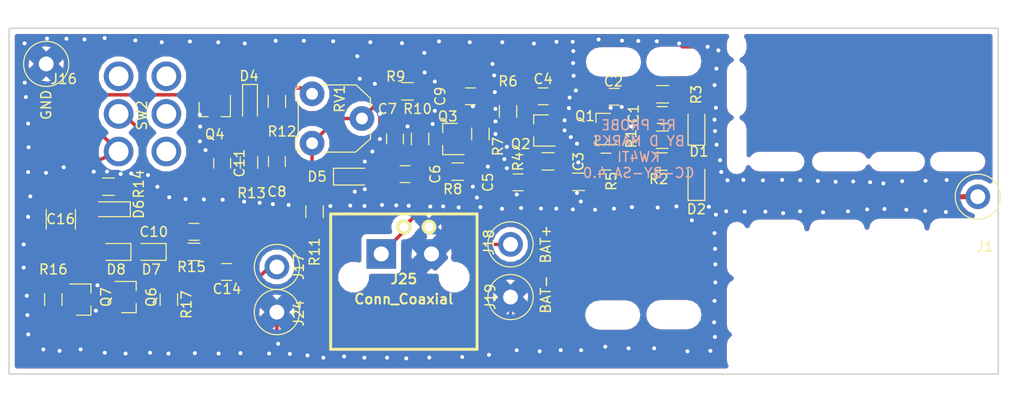
<source format=kicad_pcb>
(kicad_pcb (version 4) (host pcbnew 4.0.7)
  (layers (0 F.Cu signal) (31 B.Cu signal) (34 B.Paste user) (35 F.Paste user) (36 B.SilkS user) (37 F.SilkS user) (38 B.Mask user) (39 F.Mask user) (44 Edge.Cuts user))
  (net 0 "")
  (net 1 GND)
  (net 2 "Net-(C1-Pad1)")
  (net 3 "Net-(C1-Pad2)")
  (net 4 "Net-(C3-Pad1)")
  (net 5 "Net-(C3-Pad2)")
  (net 6 "Net-(C5-Pad1)")
  (net 7 "Net-(C5-Pad2)")
  (net 8 "Net-(C6-Pad1)")
  (net 9 "Net-(C6-Pad2)")
  (net 10 "Net-(C7-Pad1)")
  (net 11 "Net-(C8-Pad2)")
  (net 12 "Net-(C10-Pad1)")
  (net 13 "Net-(C10-Pad2)")
  (net 14 "Net-(D4-Pad1)")
  (net 15 "Net-(D4-Pad2)")
  (net 16 +9V)
  (net 17 "Net-(D6-Pad1)")
  (net 18 "Net-(D7-Pad2)")
  (net 19 "Net-(D8-Pad1)")
  (net 20 "Net-(J18-Pad1)")
  (net 21 "Net-(Q6-Pad2)")
  (net 22 "Net-(J17-Pad1)")
  (net 23 "Net-(Q2-Pad1)")
  (net 24 "Net-(Q4-Pad1)")
  (module ActiveRFProbe:DPDTsmallswitch (layer F.Cu) (at 56.896 93.472 90)
    (fp_text reference SW2 (at 3.668 -2.468 270) (layer F.SilkS))
    (fp_text value SW_DPDT_x2)
    (pad 1 thru_hole circle (at 0 0 90) (size 3 3) (drill 2) (layers *.Cu *.Mask))
    (pad 2 thru_hole circle (at 3.81 0 90) (size 3 3) (drill 2) (layers *.Cu *.Mask))
    (pad 3 thru_hole circle (at 7.62 0 90) (size 3 3) (drill 2) (layers *.Cu *.Mask))
    (pad 4 thru_hole circle (at 0 -4.826 90) (size 3 3) (drill 2) (layers *.Cu *.Mask) (net 16 +9V))
    (pad 5 thru_hole circle (at 3.81 -4.826 90) (size 3 3) (drill 2) (layers *.Cu *.Mask) (net 20 "Net-(J18-Pad1)"))
    (pad 6 thru_hole circle (at 7.62 -4.826 90) (size 3 3) (drill 2) (layers *.Cu *.Mask))
  )
  (module Capacitors_SMD:C_0805_HandSoldering (layer F.Cu) (at 107.025 89.775)
    (fp_text reference C1 (at -2.885 -0.113 90) (layer F.SilkS))
    (fp_text value "10 nF")
    (pad 1 smd rect (at -1.25 0) (size 1.5 1.25) (layers F.Cu F.Paste F.Mask) (net 2 "Net-(C1-Pad1)"))
    (pad 2 smd rect (at 1.25 0) (size 1.5 1.25) (layers F.Cu F.Paste F.Mask) (net 3 "Net-(C1-Pad2)"))
  )
  (module Capacitors_SMD:C_0805_HandSoldering (layer F.Cu) (at 101.346 94.488)
    (fp_text reference C3 (at -2.794 0 270) (layer F.SilkS))
    (fp_text value "10 nF")
    (pad 1 smd rect (at -1.25 0) (size 1.5 1.25) (layers F.Cu F.Paste F.Mask) (net 4 "Net-(C3-Pad1)"))
    (pad 2 smd rect (at 1.25 0) (size 1.5 1.25) (layers F.Cu F.Paste F.Mask) (net 5 "Net-(C3-Pad2)"))
  )
  (module Capacitors_SMD:C_0805_HandSoldering (layer F.Cu) (at 92.46 96.59)
    (fp_text reference C5 (at -3.048 0 90) (layer F.SilkS))
    (fp_text value "10 nF")
    (pad 1 smd rect (at -1.25 0) (size 1.5 1.25) (layers F.Cu F.Paste F.Mask) (net 6 "Net-(C5-Pad1)"))
    (pad 2 smd rect (at 1.25 0) (size 1.5 1.25) (layers F.Cu F.Paste F.Mask) (net 7 "Net-(C5-Pad2)"))
  )
  (module Capacitors_SMD:C_0805_HandSoldering (layer F.Cu) (at 81.026 95.758 180)
    (fp_text reference C6 (at -3.048 0 450) (layer F.SilkS))
    (fp_text value "10 nF")
    (pad 1 smd rect (at -1.25 0 180) (size 1.5 1.25) (layers F.Cu F.Paste F.Mask) (net 8 "Net-(C6-Pad1)"))
    (pad 2 smd rect (at 1.25 0 180) (size 1.5 1.25) (layers F.Cu F.Paste F.Mask) (net 9 "Net-(C6-Pad2)"))
  )
  (module Capacitors_SMD:C_0805_HandSoldering (layer F.Cu) (at 68.072 94.488 270)
    (fp_text reference C8 (at 3.048 0 360) (layer F.SilkS))
    (fp_text value "10 nF")
    (pad 1 smd rect (at -1.25 0 270) (size 1.5 1.25) (layers F.Cu F.Paste F.Mask) (net 1 GND))
    (pad 2 smd rect (at 1.25 0 270) (size 1.5 1.25) (layers F.Cu F.Paste F.Mask) (net 11 "Net-(C8-Pad2)"))
  )
  (module Capacitors_SMD:C_0805_HandSoldering (layer F.Cu) (at 87.63 87.884 180)
    (fp_text reference C9 (at 3.048 0 270) (layer F.SilkS))
    (fp_text value "100 nF")
    (pad 1 smd rect (at -1.25 0 180) (size 1.5 1.25) (layers F.Cu F.Paste F.Mask) (net 1 GND))
    (pad 2 smd rect (at 1.25 0 180) (size 1.5 1.25) (layers F.Cu F.Paste F.Mask) (net 16 +9V))
  )
  (module Capacitors_SMD:C_0805_HandSoldering (layer F.Cu) (at 59.69 101.6)
    (fp_text reference C10 (at -4.064 0) (layer F.SilkS))
    (fp_text value "100 nF")
    (pad 1 smd rect (at -1.25 0) (size 1.5 1.25) (layers F.Cu F.Paste F.Mask) (net 12 "Net-(C10-Pad1)"))
    (pad 2 smd rect (at 1.25 0) (size 1.5 1.25) (layers F.Cu F.Paste F.Mask) (net 13 "Net-(C10-Pad2)"))
  )
  (module Diodes_SMD:D_SOD-323_HandSoldering (layer F.Cu) (at 110.49 90.932 90)
    (fp_text reference D1 (at -2.54 0.254 360) (layer F.SilkS))
    (fp_text value 1N4148WS)
    (pad 1 smd rect (at -1.25 0 90) (size 1 1) (layers F.Cu F.Paste F.Mask) (net 3 "Net-(C1-Pad2)"))
    (pad 2 smd rect (at 1.25 0 90) (size 1 1) (layers F.Cu F.Paste F.Mask) (net 1 GND))
  )
  (module Diodes_SMD:D_SOD-323_HandSoldering (layer F.Cu) (at 110.49 96.52 90)
    (fp_text reference D2 (at -2.794 0 360) (layer F.SilkS))
    (fp_text value 1N4148WS)
    (pad 1 smd rect (at -1.25 0 90) (size 1 1) (layers F.Cu F.Paste F.Mask) (net 1 GND))
    (pad 2 smd rect (at 1.25 0 90) (size 1 1) (layers F.Cu F.Paste F.Mask) (net 3 "Net-(C1-Pad2)"))
  )
  (module LEDs:LED_0805_HandSoldering (layer F.Cu) (at 65.35 88.88 270)
    (fp_text reference D4 (at -3.06 0.09 360) (layer F.SilkS))
    (fp_text value LED)
    (pad 1 smd rect (at -1.35 0 270) (size 1.5 1.3) (layers F.Cu F.Paste F.Mask) (net 14 "Net-(D4-Pad1)"))
    (pad 2 smd rect (at 1.35 0 270) (size 1.5 1.3) (layers F.Cu F.Paste F.Mask) (net 15 "Net-(D4-Pad2)"))
  )
  (module Diodes_SMD:D_SOD-323_HandSoldering (layer F.Cu) (at 75.692 96.012)
    (fp_text reference D5 (at -3.556 0) (layer F.SilkS))
    (fp_text value LRB751V)
    (pad 1 smd rect (at -1.25 0) (size 1 1) (layers F.Cu F.Paste F.Mask) (net 11 "Net-(C8-Pad2)"))
    (pad 2 smd rect (at 1.25 0) (size 1 1) (layers F.Cu F.Paste F.Mask) (net 1 GND))
  )
  (module TO_SOT_Packages_SMD:SOT-23 (layer F.Cu) (at 101.092 91.186 180)
    (fp_text reference Q1 (at 1.875 1.3 360) (layer F.SilkS))
    (fp_text value S9018)
    (pad 1 smd rect (at -1 -0.95 180) (size 0.9 0.8) (layers F.Cu F.Paste F.Mask) (net 2 "Net-(C1-Pad1)"))
    (pad 2 smd rect (at -1 0.95 180) (size 0.9 0.8) (layers F.Cu F.Paste F.Mask) (net 5 "Net-(C3-Pad2)"))
    (pad 3 smd rect (at 1 0 180) (size 0.9 0.8) (layers F.Cu F.Paste F.Mask) (net 16 +9V))
  )
  (module TO_SOT_Packages_SMD:SOT-23 (layer F.Cu) (at 94.8 91.34 180)
    (fp_text reference Q2 (at 2.09 -1.37 360) (layer F.SilkS))
    (fp_text value S9018)
    (pad 1 smd rect (at -1 -0.95 180) (size 0.9 0.8) (layers F.Cu F.Paste F.Mask) (net 23 "Net-(Q2-Pad1)"))
    (pad 2 smd rect (at -1 0.95 180) (size 0.9 0.8) (layers F.Cu F.Paste F.Mask) (net 1 GND))
    (pad 3 smd rect (at 1 0 180) (size 0.9 0.8) (layers F.Cu F.Paste F.Mask) (net 7 "Net-(C5-Pad2)"))
  )
  (module TO_SOT_Packages_SMD:SOT-23 (layer F.Cu) (at 85.598 92.202 180)
    (fp_text reference Q3 (at 0.254 2.286 360) (layer F.SilkS))
    (fp_text value S9018)
    (pad 1 smd rect (at -1 -0.95 180) (size 0.9 0.8) (layers F.Cu F.Paste F.Mask) (net 6 "Net-(C5-Pad1)"))
    (pad 2 smd rect (at -1 0.95 180) (size 0.9 0.8) (layers F.Cu F.Paste F.Mask) (net 9 "Net-(C6-Pad2)"))
    (pad 3 smd rect (at 1 0 180) (size 0.9 0.8) (layers F.Cu F.Paste F.Mask) (net 16 +9V))
  )
  (module TO_SOT_Packages_SMD:SOT-23 (layer F.Cu) (at 61.79 89.18 270)
    (fp_text reference Q4 (at 2.54 0 360) (layer F.SilkS))
    (fp_text value MMBT3904)
    (pad 1 smd rect (at -1 -0.95 270) (size 0.9 0.8) (layers F.Cu F.Paste F.Mask) (net 24 "Net-(Q4-Pad1)"))
    (pad 2 smd rect (at -1 0.95 270) (size 0.9 0.8) (layers F.Cu F.Paste F.Mask) (net 1 GND))
    (pad 3 smd rect (at 1 0 270) (size 0.9 0.8) (layers F.Cu F.Paste F.Mask) (net 14 "Net-(D4-Pad1)"))
  )
  (module TO_SOT_Packages_SMD:SOT-23 (layer F.Cu) (at 53.086 108.204)
    (fp_text reference Q6 (at 2.286 0 270) (layer F.SilkS))
    (fp_text value MMBT3904)
    (pad 1 smd rect (at -1 -0.95) (size 0.9 0.8) (layers F.Cu F.Paste F.Mask) (net 18 "Net-(D7-Pad2)"))
    (pad 2 smd rect (at -1 0.95) (size 0.9 0.8) (layers F.Cu F.Paste F.Mask) (net 21 "Net-(Q6-Pad2)"))
    (pad 3 smd rect (at 1 0) (size 0.9 0.8) (layers F.Cu F.Paste F.Mask) (net 16 +9V))
  )
  (module Resistors_SMD:R_0805_HandSoldering (layer F.Cu) (at 107.025 92.275 180)
    (fp_text reference R1 (at 3.125 0.1 270) (layer F.SilkS))
    (fp_text value 10k)
    (pad 1 smd rect (at -1.35 0 180) (size 1.5 1.3) (layers F.Cu F.Paste F.Mask) (net 16 +9V))
    (pad 2 smd rect (at 1.35 0 180) (size 1.5 1.3) (layers F.Cu F.Paste F.Mask) (net 2 "Net-(C1-Pad1)"))
  )
  (module Resistors_SMD:R_0805_HandSoldering (layer F.Cu) (at 106.934 94.488)
    (fp_text reference R2 (at -0.254 1.778 180) (layer F.SilkS))
    (fp_text value 220R)
    (pad 1 smd rect (at -1.35 0) (size 1.5 1.3) (layers F.Cu F.Paste F.Mask) (net 5 "Net-(C3-Pad2)"))
    (pad 2 smd rect (at 1.35 0) (size 1.5 1.3) (layers F.Cu F.Paste F.Mask) (net 1 GND))
  )
  (module Resistors_SMD:R_0805_HandSoldering (layer F.Cu) (at 107.075 87.675)
    (fp_text reference R3 (at 3.4 0.025 270) (layer F.SilkS))
    (fp_text value 10k)
    (pad 1 smd rect (at -1.35 0) (size 1.5 1.3) (layers F.Cu F.Paste F.Mask) (net 2 "Net-(C1-Pad1)"))
    (pad 2 smd rect (at 1.35 0) (size 1.5 1.3) (layers F.Cu F.Paste F.Mask) (net 1 GND))
  )
  (module Resistors_SMD:R_0805_HandSoldering (layer F.Cu) (at 95.49 94.47)
    (fp_text reference R4 (at -3.034 0.018 270) (layer F.SilkS))
    (fp_text value 22k)
    (pad 1 smd rect (at -1.35 0) (size 1.5 1.3) (layers F.Cu F.Paste F.Mask) (net 7 "Net-(C5-Pad2)"))
    (pad 2 smd rect (at 1.35 0) (size 1.5 1.3) (layers F.Cu F.Paste F.Mask) (net 23 "Net-(Q2-Pad1)"))
  )
  (module Resistors_SMD:R_0805_HandSoldering (layer F.Cu) (at 98.57 96.54)
    (fp_text reference R5 (at 3.32 -0.06 270) (layer F.SilkS))
    (fp_text value 0R)
    (pad 1 smd rect (at -1.35 0) (size 1.5 1.3) (layers F.Cu F.Paste F.Mask) (net 23 "Net-(Q2-Pad1)"))
    (pad 2 smd rect (at 1.35 0) (size 1.5 1.3) (layers F.Cu F.Paste F.Mask) (net 4 "Net-(C3-Pad1)"))
  )
  (module Resistors_SMD:R_0805_HandSoldering (layer F.Cu) (at 91.44 89.408 270)
    (fp_text reference R6 (at -3.048 0 360) (layer F.SilkS))
    (fp_text value 220R)
    (pad 1 smd rect (at -1.35 0 270) (size 1.5 1.3) (layers F.Cu F.Paste F.Mask) (net 16 +9V))
    (pad 2 smd rect (at 1.35 0 270) (size 1.5 1.3) (layers F.Cu F.Paste F.Mask) (net 7 "Net-(C5-Pad2)"))
  )
  (module Resistors_SMD:R_0805_HandSoldering (layer F.Cu) (at 88.646 91.694 270)
    (fp_text reference R7 (at 1.27 -1.778 450) (layer F.SilkS))
    (fp_text value 1k)
    (pad 1 smd rect (at -1.35 0 270) (size 1.5 1.3) (layers F.Cu F.Paste F.Mask) (net 16 +9V))
    (pad 2 smd rect (at 1.35 0 270) (size 1.5 1.3) (layers F.Cu F.Paste F.Mask) (net 6 "Net-(C5-Pad1)"))
  )
  (module Resistors_SMD:R_0805_HandSoldering (layer F.Cu) (at 86.36 95.504)
    (fp_text reference R8 (at -0.508 1.778) (layer F.SilkS))
    (fp_text value 1k)
    (pad 1 smd rect (at -1.35 0) (size 1.5 1.3) (layers F.Cu F.Paste F.Mask) (net 6 "Net-(C5-Pad1)"))
    (pad 2 smd rect (at 1.35 0) (size 1.5 1.3) (layers F.Cu F.Paste F.Mask) (net 1 GND))
  )
  (module Resistors_SMD:R_0805_HandSoldering (layer F.Cu) (at 81.28 87.376)
    (fp_text reference R9 (at -1.2 -1.5 180) (layer F.SilkS))
    (fp_text value 1k)
    (pad 1 smd rect (at -1.35 0) (size 1.5 1.3) (layers F.Cu F.Paste F.Mask) (net 11 "Net-(C8-Pad2)"))
    (pad 2 smd rect (at 1.35 0) (size 1.5 1.3) (layers F.Cu F.Paste F.Mask) (net 10 "Net-(C7-Pad1)"))
  )
  (module Resistors_SMD:R_0805_HandSoldering (layer F.Cu) (at 82.55 92.202 90)
    (fp_text reference R10 (at 3.048 -0.254 180) (layer F.SilkS))
    (fp_text value 220R)
    (pad 1 smd rect (at -1.35 0 90) (size 1.5 1.3) (layers F.Cu F.Paste F.Mask) (net 9 "Net-(C6-Pad2)"))
    (pad 2 smd rect (at 1.35 0 90) (size 1.5 1.3) (layers F.Cu F.Paste F.Mask) (net 1 GND))
  )
  (module Resistors_SMD:R_0805_HandSoldering (layer F.Cu) (at 71.882 99.568 90)
    (fp_text reference R11 (at -4.064 0 90) (layer F.SilkS))
    (fp_text value 1k)
    (pad 1 smd rect (at -1.35 0 90) (size 1.5 1.3) (layers F.Cu F.Paste F.Mask) (net 13 "Net-(C10-Pad2)"))
    (pad 2 smd rect (at 1.35 0 90) (size 1.5 1.3) (layers F.Cu F.Paste F.Mask) (net 11 "Net-(C8-Pad2)"))
  )
  (module Resistors_SMD:R_0805_HandSoldering (layer F.Cu) (at 68.072 88.392 270)
    (fp_text reference R12 (at 3.048 -0.508 540) (layer F.SilkS))
    (fp_text value 10k)
    (pad 1 smd rect (at -1.35 0 270) (size 1.5 1.3) (layers F.Cu F.Paste F.Mask) (net 24 "Net-(Q4-Pad1)"))
    (pad 2 smd rect (at 1.35 0 270) (size 1.5 1.3) (layers F.Cu F.Paste F.Mask) (net 1 GND))
  )
  (module Resistors_SMD:R_0805_HandSoldering (layer F.Cu) (at 65.25 94.59 90)
    (fp_text reference R13 (at -3.09 0.26 360) (layer F.SilkS))
    (fp_text value 1k)
    (pad 1 smd rect (at -1.35 0 90) (size 1.5 1.3) (layers F.Cu F.Paste F.Mask) (net 16 +9V))
    (pad 2 smd rect (at 1.35 0 90) (size 1.5 1.3) (layers F.Cu F.Paste F.Mask) (net 15 "Net-(D4-Pad2)"))
  )
  (module Resistors_SMD:R_0805_HandSoldering (layer F.Cu) (at 59.69 103.632 180)
    (fp_text reference R15 (at 0.254 -1.524 180) (layer F.SilkS))
    (fp_text value 10k)
    (pad 1 smd rect (at -1.35 0 180) (size 1.5 1.3) (layers F.Cu F.Paste F.Mask) (net 16 +9V))
    (pad 2 smd rect (at 1.35 0 180) (size 1.5 1.3) (layers F.Cu F.Paste F.Mask) (net 18 "Net-(D7-Pad2)"))
  )
  (module Resistors_SMD:R_0805_HandSoldering (layer F.Cu) (at 57.15 108.458 270)
    (fp_text reference R17 (at 0.508 -1.778 270) (layer F.SilkS))
    (fp_text value 100R)
    (pad 1 smd rect (at -1.35 0 270) (size 1.5 1.3) (layers F.Cu F.Paste F.Mask) (net 22 "Net-(J17-Pad1)"))
    (pad 2 smd rect (at 1.35 0 270) (size 1.5 1.3) (layers F.Cu F.Paste F.Mask) (net 21 "Net-(Q6-Pad2)"))
  )
  (module Potentiometers:Potentiometer_Triwood_RM-065 (layer F.Cu) (at 71.628 87.63 270)
    (fp_text reference RV1 (at 0.508 -2.794 450) (layer F.SilkS))
    (fp_text value 100k)
    (pad 2 thru_hole circle (at 2.5 -5.04 270) (size 2.5 2.5) (drill 1.2) (layers *.Cu *.Mask) (net 11 "Net-(C8-Pad2)"))
    (pad 3 thru_hole circle (at 5 0 270) (size 2.5 2.5) (drill 1.2) (layers *.Cu *.Mask) (net 11 "Net-(C8-Pad2)"))
    (pad 1 thru_hole circle (at 0 0 270) (size 2.5 2.5) (drill 1.2) (layers *.Cu *.Mask) (net 24 "Net-(Q4-Pad1)"))
  )
  (module Connectors:1pin (layer F.Cu) (at 138.938 98.044)
    (fp_text reference J1 (at 0.714 5.06 180) (layer F.SilkS))
    (fp_text value Conn_01x01)
    (pad 1 thru_hole circle (at 0 0) (size 2.5 2.5) (drill 1.5) (layers *.Cu *.Mask) (net 3 "Net-(C1-Pad2)"))
  )
  (module ActiveRFProbe:BigSlot (layer F.Cu) (at 136.86 101.23)
    (fp_text reference J2 hide)
    (fp_text value Conn_01x01)
    (pad "" np_thru_hole oval (at 0 0) (size 4.5 1) (drill oval 4.5 1) (layers *.Cu *.Mask))
  )
  (module ActiveRFProbe:BigSlot (layer F.Cu) (at 130.76 101.27)
    (fp_text reference J3 hide)
    (fp_text value Conn_01x01)
    (pad "" np_thru_hole oval (at 0 0) (size 4.5 1) (drill oval 4.5 1) (layers *.Cu *.Mask))
  )
  (module ActiveRFProbe:BigSlot (layer F.Cu) (at 124.714 101.346)
    (fp_text reference J4 hide)
    (fp_text value Conn_01x01)
    (pad "" np_thru_hole oval (at 0 0) (size 4.5 1) (drill oval 4.5 1) (layers *.Cu *.Mask))
  )
  (module ActiveRFProbe:BigSlot (layer F.Cu) (at 118.618 101.346)
    (fp_text reference J5 hide)
    (fp_text value Conn_01x01)
    (pad "" np_thru_hole oval (at 0 0) (size 4.5 1) (drill oval 4.5 1) (layers *.Cu *.Mask))
  )
  (module ActiveRFProbe:BigSlot (layer F.Cu) (at 114.554 103.378 270)
    (fp_text reference J6 hide)
    (fp_text value Conn_01x01)
    (pad "" np_thru_hole oval (at 0 0 270) (size 4.5 1) (drill oval 4.5 1) (layers *.Cu *.Mask))
  )
  (module ActiveRFProbe:BigSlot (layer F.Cu) (at 114.554 109.22 90)
    (fp_text reference J7 hide)
    (fp_text value Conn_01x01)
    (pad "" np_thru_hole oval (at 0 0 90) (size 4.5 1) (drill oval 4.5 1) (layers *.Cu *.Mask))
  )
  (module ActiveRFProbe:BigSlot (layer F.Cu) (at 114.554 113.792 90)
    (fp_text reference J8 hide)
    (fp_text value Conn_01x01)
    (pad "" np_thru_hole oval (at 0 0 90) (size 2.5 1) (drill oval 2.5 1) (layers *.Cu *.Mask))
  )
  (module ActiveRFProbe:BigSlot (layer F.Cu) (at 114.554 92.964 90)
    (fp_text reference J9 hide)
    (fp_text value Conn_01x01)
    (pad "" np_thru_hole oval (at 0 0 90) (size 4.5 1) (drill oval 4.5 1) (layers *.Cu *.Mask))
  )
  (module ActiveRFProbe:BigSlot (layer F.Cu) (at 118.618 94.488)
    (fp_text reference J10 hide)
    (fp_text value Conn_01x01)
    (pad "" np_thru_hole oval (at 0 0) (size 4.5 1) (drill oval 4.5 1) (layers *.Cu *.Mask))
  )
  (module ActiveRFProbe:BigSlot (layer F.Cu) (at 124.968 94.488)
    (fp_text reference J11 hide)
    (fp_text value Conn_01x01)
    (pad "" np_thru_hole oval (at 0 0) (size 4.5 1) (drill oval 4.5 1) (layers *.Cu *.Mask))
  )
  (module ActiveRFProbe:BigSlot (layer F.Cu) (at 130.81 94.488)
    (fp_text reference J12 hide)
    (fp_text value Conn_01x01)
    (pad "" np_thru_hole oval (at 0 0) (size 4.5 1) (drill oval 4.5 1) (layers *.Cu *.Mask))
  )
  (module ActiveRFProbe:BigSlot (layer F.Cu) (at 136.906 94.488)
    (fp_text reference J13 hide)
    (fp_text value Conn_01x01)
    (pad "" np_thru_hole oval (at 0 0) (size 4.5 1) (drill oval 4.5 1) (layers *.Cu *.Mask))
  )
  (module ActiveRFProbe:BigSlot (layer F.Cu) (at 114.554 87.122 90)
    (fp_text reference J14 hide)
    (fp_text value Conn_01x01)
    (pad "" np_thru_hole oval (at 0 0 90) (size 4.5 1) (drill oval 4.5 1) (layers *.Cu *.Mask))
  )
  (module ActiveRFProbe:BigSlot (layer F.Cu) (at 114.554 82.804 90)
    (fp_text reference J15 hide)
    (fp_text value Conn_01x01)
    (pad "" np_thru_hole oval (at 0 0 90) (size 1.5 1) (drill oval 1.5 1) (layers *.Cu *.Mask))
  )
  (module Connectors:1pin (layer F.Cu) (at 44.75 84.6)
    (fp_text reference J16 (at 1.778 1.524) (layer F.SilkS))
    (fp_text value Conn_01x01)
    (pad 1 thru_hole circle (at 0 0) (size 2.5 2.5) (drill 1.5) (layers *.Cu *.Mask) (net 1 GND))
  )
  (module Capacitors_SMD:C_0805_HandSoldering (layer F.Cu) (at 62.992 105.664 180)
    (fp_text reference C14 (at -0.034 -1.718 360) (layer F.SilkS))
    (fp_text value "1 uF")
    (pad 1 smd rect (at -1.25 0 180) (size 1.5 1.25) (layers F.Cu F.Paste F.Mask) (net 1 GND))
    (pad 2 smd rect (at 1.25 0 180) (size 1.5 1.25) (layers F.Cu F.Paste F.Mask) (net 16 +9V))
  )
  (module Resistors_SMD:R_0805_HandSoldering (layer F.Cu) (at 51.054 97.028)
    (fp_text reference R14 (at 3.048 -0.254 90) (layer F.SilkS))
    (fp_text value 1k)
    (pad 1 smd rect (at -1.35 0) (size 1.5 1.3) (layers F.Cu F.Paste F.Mask) (net 17 "Net-(D6-Pad1)"))
    (pad 2 smd rect (at 1.35 0) (size 1.5 1.3) (layers F.Cu F.Paste F.Mask) (net 1 GND))
  )
  (module LEDs:LED_0805_HandSoldering (layer F.Cu) (at 51.054 99.314 180)
    (fp_text reference D6 (at -3.048 0 270) (layer F.SilkS))
    (fp_text value LED)
    (pad 1 smd rect (at -1.35 0 180) (size 1.5 1.3) (layers F.Cu F.Paste F.Mask) (net 17 "Net-(D6-Pad1)"))
    (pad 2 smd rect (at 1.35 0 180) (size 1.5 1.3) (layers F.Cu F.Paste F.Mask) (net 16 +9V))
  )
  (module Diodes_SMD:D_SOD-323 (layer F.Cu) (at 55.372 103.632 180)
    (fp_text reference D7 (at 0 -1.778 360) (layer F.SilkS))
    (fp_text value 1N4148WS)
    (pad 1 smd rect (at -1.05 0 180) (size 0.6 0.45) (layers F.Cu F.Paste F.Mask) (net 12 "Net-(C10-Pad1)"))
    (pad 2 smd rect (at 1.05 0 180) (size 0.6 0.45) (layers F.Cu F.Paste F.Mask) (net 18 "Net-(D7-Pad2)"))
  )
  (module Diodes_SMD:D_SOD-323 (layer F.Cu) (at 51.816 103.632 180)
    (fp_text reference D8 (at 0 -1.778 360) (layer F.SilkS))
    (fp_text value 1N4148WS)
    (pad 1 smd rect (at -1.05 0 180) (size 0.6 0.45) (layers F.Cu F.Paste F.Mask) (net 19 "Net-(D8-Pad1)"))
    (pad 2 smd rect (at 1.05 0 180) (size 0.6 0.45) (layers F.Cu F.Paste F.Mask) (net 12 "Net-(C10-Pad1)"))
  )
  (module Connectors:1pin (layer F.Cu) (at 91.694 102.87)
    (fp_text reference J18 (at -2.2 -0.2 90) (layer F.SilkS))
    (fp_text value Conn_01x01)
    (pad 1 thru_hole circle (at 0 0) (size 2.5 2.5) (drill 1.5) (layers *.Cu *.Mask) (net 20 "Net-(J18-Pad1)"))
  )
  (module Connectors:1pin (layer F.Cu) (at 91.694 108.204)
    (fp_text reference J19 (at -2.05 -0.025 90) (layer F.SilkS))
    (fp_text value Conn_01x01)
    (pad 1 thru_hole circle (at 0 0) (size 2.5 2.5) (drill 1.5) (layers *.Cu *.Mask) (net 1 GND))
  )
  (module TO_SOT_Packages_SMD:SOT-23 (layer F.Cu) (at 48.514 108.458)
    (fp_text reference Q7 (at 2.286 -0.254 90) (layer F.SilkS))
    (fp_text value MMBT3906)
    (pad 1 smd rect (at -1 -0.95) (size 0.9 0.8) (layers F.Cu F.Paste F.Mask) (net 19 "Net-(D8-Pad1)"))
    (pad 2 smd rect (at -1 0.95) (size 0.9 0.8) (layers F.Cu F.Paste F.Mask) (net 21 "Net-(Q6-Pad2)"))
    (pad 3 smd rect (at 1 0) (size 0.9 0.8) (layers F.Cu F.Paste F.Mask) (net 1 GND))
  )
  (module Resistors_SMD:R_0805_HandSoldering (layer F.Cu) (at 45.466 108.458 270)
    (fp_text reference R16 (at -3.048 0 360) (layer F.SilkS))
    (fp_text value 10k)
    (pad 1 smd rect (at -1.35 0 270) (size 1.5 1.3) (layers F.Cu F.Paste F.Mask) (net 19 "Net-(D8-Pad1)"))
    (pad 2 smd rect (at 1.35 0 270) (size 1.5 1.3) (layers F.Cu F.Paste F.Mask) (net 1 GND))
  )
  (module Capacitors_SMD:C_1210_HandSoldering (layer F.Cu) (at 46.228 100.33 90)
    (fp_text reference C16 (at 0.02 -0.02 180) (layer F.SilkS))
    (fp_text value "22 uF")
    (pad 1 smd rect (at -2 0 90) (size 2 2.5) (layers F.Cu F.Paste F.Mask) (net 1 GND))
    (pad 2 smd rect (at 2 0 90) (size 2 2.5) (layers F.Cu F.Paste F.Mask) (net 16 +9V))
  )
  (module ActiveRFProbe:BigSlot (layer F.Cu) (at 108.204 109.982)
    (fp_text reference J20 hide)
    (fp_text value Conn_01x01)
    (pad "" np_thru_hole oval (at 0 0) (size 4.5 2) (drill oval 4.5 2) (layers *.Cu *.Mask))
  )
  (module ActiveRFProbe:BigSlot (layer F.Cu) (at 102.025 110.025)
    (fp_text reference J21 hide)
    (fp_text value Conn_01x01)
    (pad "" np_thru_hole oval (at 0 0) (size 4.5 2) (drill oval 4.5 2) (layers *.Cu *.Mask))
  )
  (module ActiveRFProbe:BigSlot (layer F.Cu) (at 108.2 84.35)
    (fp_text reference J22 hide)
    (fp_text value Conn_01x01)
    (pad "" np_thru_hole oval (at 0 0) (size 4.5 2) (drill oval 4.5 2) (layers *.Cu *.Mask))
  )
  (module ActiveRFProbe:BigSlot (layer F.Cu) (at 102.1 84.4)
    (fp_text reference J23 hide)
    (fp_text value Conn_01x01)
    (pad "" np_thru_hole oval (at 0 0) (size 4.5 2) (drill oval 4.5 2) (layers *.Cu *.Mask))
  )
  (module Connectors:1pin (layer F.Cu) (at 68.072 109.728)
    (fp_text reference J24 (at 2.212 0.118 90) (layer F.SilkS))
    (fp_text value Conn_01x01)
    (pad 1 thru_hole circle (at 0 0) (size 2.5 2.5) (drill 1.5) (layers *.Cu *.Mask) (net 1 GND))
  )
  (module Connectors:1pin (layer F.Cu) (at 68.072 105.156)
    (fp_text reference J17 (at 2.212 -0.018 90) (layer F.SilkS))
    (fp_text value Conn_01x01)
    (pad 1 thru_hole circle (at 0 0) (size 2.5 2.5) (drill 1.5) (layers *.Cu *.Mask) (net 22 "Net-(J17-Pad1)"))
  )
  (module Capacitors_SMD:C_0805_HandSoldering (layer F.Cu) (at 102.175 87.925 180)
    (fp_text reference C2 (at 0.075 1.55 180) (layer F.SilkS))
    (fp_text value "100 nF")
    (pad 1 smd rect (at -1.25 0 180) (size 1.5 1.25) (layers F.Cu F.Paste F.Mask) (net 1 GND))
    (pad 2 smd rect (at 1.25 0 180) (size 1.5 1.25) (layers F.Cu F.Paste F.Mask) (net 16 +9V))
  )
  (module Capacitors_SMD:C_0805_HandSoldering (layer F.Cu) (at 94.996 87.884)
    (fp_text reference C4 (at 0 -1.75) (layer F.SilkS))
    (fp_text value "100 nF")
    (pad 1 smd rect (at -1.25 0) (size 1.5 1.25) (layers F.Cu F.Paste F.Mask) (net 16 +9V))
    (pad 2 smd rect (at 1.25 0) (size 1.5 1.25) (layers F.Cu F.Paste F.Mask) (net 1 GND))
  )
  (module Capacitors_SMD:C_0805_HandSoldering (layer F.Cu) (at 80.01 92.202 270)
    (fp_text reference C7 (at -3.048 0.762 360) (layer F.SilkS))
    (fp_text value "10 nF")
    (pad 1 smd rect (at -1.25 0 270) (size 1.5 1.25) (layers F.Cu F.Paste F.Mask) (net 10 "Net-(C7-Pad1)"))
    (pad 2 smd rect (at 1.25 0 270) (size 1.5 1.25) (layers F.Cu F.Paste F.Mask) (net 9 "Net-(C6-Pad2)"))
  )
  (module ActiveRFProbe:bnc_90_1-1337543-0_pad_combo (layer F.Cu) (at 80.91 113.49)
    (fp_text reference J25 (at 0 -7.112) (layer F.SilkS) (effects (font (thickness 0.2))))
    (fp_text value Conn_Coaxial (at 0 -5.08) (layer F.SilkS) (effects (font (thickness 0.2))))
    (pad 1 thru_hole circle (at 0 -12.38) (size 1.5 1.5) (drill 0.9) (layers *.Cu *.Mask F.SilkS) (net 8 "Net-(C6-Pad1)"))
    (pad 2 thru_hole circle (at 2.54 -12.38) (size 1.5 1.5) (drill 0.9) (layers *.Cu *.Mask F.SilkS) (net 1 GND))
    (pad "" np_thru_hole circle (at 5.08 -7.3) (size 2.1 2.1) (drill 2.1) (layers *.Cu *.Mask F.SilkS))
    (pad "" np_thru_hole circle (at -5.08 -7.3) (size 2.1 2.1) (drill 2.1) (layers *.Cu *.Mask F.SilkS))
    (pad 1 thru_hole rect (at -2.286 -9.652) (size 3 3) (drill 1.52) (layers *.Cu *.Mask) (net 8 "Net-(C6-Pad1)"))
    (pad 2 thru_hole circle (at 2.794 -9.652) (size 3 3) (drill 1.52) (layers *.Cu *.Mask) (net 1 GND))
  )
  (module Capacitors_SMD:C_0805_HandSoldering (layer F.Cu) (at 62.54 94.65 270)
    (fp_text reference C11 (at 0 -1.75 270) (layer F.SilkS))
    (fp_text value "100 nF")
    (pad 1 smd rect (at -1.25 0 270) (size 1.5 1.25) (layers F.Cu F.Paste F.Mask) (net 1 GND))
    (pad 2 smd rect (at 1.25 0 270) (size 1.5 1.25) (layers F.Cu F.Paste F.Mask) (net 16 +9V))
  )
  (gr_line (start 41 116) (end 41 81) (angle 90) (layer Edge.Cuts) (width 0.15))
  (gr_line (start 141 116) (end 41 116) (angle 90) (layer Edge.Cuts) (width 0.15))
  (gr_line (start 141 81) (end 141 116) (angle 90) (layer Edge.Cuts) (width 0.15))
  (gr_line (start 41 81) (end 141 81) (angle 90) (layer Edge.Cuts) (width 0.15))
  (gr_text GND (at 44.75 88.75 90) (layer F.SilkS) (effects (font (size 1 1))))
  (gr_text BAT- (at 95.25 107.95 90) (layer F.SilkS) (effects (font (size 1 1))))
  (gr_text BAT+ (at 95.25 102.87 90) (layer F.SilkS) (effects (font (size 1 1))))
  (gr_text "RF PROBE\nBY D MARKS\nKW4TI\nCC-BY-SA 4.0\n" (at 104.648 93.218) (layer B.SilkS) (effects (font (size 1 1)) (justify mirror)))
  (segment (start 76.962 94.488) (end 76.962 94.234) (width 0.35) (layer F.Cu) (net 1))
  (segment (start 76.942 94.508) (end 76.962 94.488) (width 0.35) (layer F.Cu) (net 1))
  (via (at 76.962 94.488) (size 0.6) (drill 0.4) (layers F.Cu B.Cu) (net 1))
  (segment (start 76.942 96.012) (end 76.942 94.508) (width 0.35) (layer F.Cu) (net 1))
  (segment (start 77.52 82.5) (end 77.52 82.41) (width 0.35) (layer F.Cu) (net 1))
  (segment (start 76.2 83.82) (end 77.52 82.5) (width 0.35) (layer F.Cu) (net 1))
  (via (at 76.2 83.82) (size 0.6) (drill 0.4) (layers F.Cu B.Cu) (net 1))
  (segment (start 76.2 85.852) (end 76.2 83.82) (width 0.35) (layer B.Cu) (net 1))
  (segment (start 76.454 86.106) (end 76.2 85.852) (width 0.35) (layer B.Cu) (net 1))
  (via (at 76.454 86.106) (size 0.6) (drill 0.4) (layers F.Cu B.Cu) (net 1))
  (segment (start 77.47 86.106) (end 76.454 86.106) (width 0.35) (layer F.Cu) (net 1))
  (segment (start 77.978 86.614) (end 77.47 86.106) (width 0.35) (layer F.Cu) (net 1))
  (via (at 77.978 86.614) (size 0.6) (drill 0.4) (layers F.Cu B.Cu) (net 1))
  (segment (start 77.978 89.154) (end 77.978 86.614) (width 0.35) (layer B.Cu) (net 1))
  (segment (start 78.486 89.662) (end 77.978 89.154) (width 0.35) (layer B.Cu) (net 1))
  (via (at 78.486 89.662) (size 0.6) (drill 0.4) (layers F.Cu B.Cu) (net 1))
  (segment (start 78.486 92.202) (end 78.486 89.662) (width 0.35) (layer F.Cu) (net 1))
  (via (at 78.486 92.202) (size 0.6) (drill 0.4) (layers F.Cu B.Cu) (net 1))
  (segment (start 78.486 92.71) (end 78.486 92.202) (width 0.35) (layer B.Cu) (net 1))
  (segment (start 77.724 93.472) (end 78.486 92.71) (width 0.35) (layer B.Cu) (net 1))
  (via (at 77.724 93.472) (size 0.6) (drill 0.4) (layers F.Cu B.Cu) (net 1))
  (segment (start 76.962 94.234) (end 77.724 93.472) (width 0.35) (layer F.Cu) (net 1))
  (segment (start 83.82 90.678) (end 83.82 89.57) (width 0.35) (layer F.Cu) (net 1))
  (segment (start 83.646 90.852) (end 83.82 90.678) (width 0.35) (layer F.Cu) (net 1))
  (via (at 83.82 90.678) (size 0.6) (drill 0.4) (layers F.Cu B.Cu) (net 1))
  (segment (start 82.55 90.852) (end 83.646 90.852) (width 0.35) (layer F.Cu) (net 1))
  (segment (start 84.14 82.32) (end 84.46 82.32) (width 0.35) (layer F.Cu) (net 1))
  (segment (start 82.98 83.48) (end 84.14 82.32) (width 0.35) (layer F.Cu) (net 1))
  (via (at 82.98 83.48) (size 0.6) (drill 0.4) (layers F.Cu B.Cu) (net 1))
  (segment (start 82.98 85.44) (end 82.98 83.48) (width 0.35) (layer B.Cu) (net 1))
  (segment (start 83.01 85.47) (end 82.98 85.44) (width 0.35) (layer B.Cu) (net 1))
  (via (at 83.01 85.47) (size 0.6) (drill 0.4) (layers F.Cu B.Cu) (net 1))
  (segment (start 83.12 85.47) (end 83.01 85.47) (width 0.35) (layer F.Cu) (net 1))
  (segment (start 84.04 86.39) (end 83.12 85.47) (width 0.35) (layer F.Cu) (net 1))
  (via (at 84.04 86.39) (size 0.6) (drill 0.4) (layers F.Cu B.Cu) (net 1))
  (segment (start 84.04 89.35) (end 84.04 86.39) (width 0.35) (layer B.Cu) (net 1))
  (via (at 84.04 89.35) (size 0.6) (drill 0.4) (layers F.Cu B.Cu) (net 1))
  (segment (start 83.82 89.57) (end 84.04 89.35) (width 0.35) (layer F.Cu) (net 1))
  (segment (start 88.65 99.1) (end 88.65 98.49) (width 0.35) (layer B.Cu) (net 1))
  (segment (start 87.71 96.854) (end 87.884 97.028) (width 0.35) (layer F.Cu) (net 1))
  (via (at 87.884 97.028) (size 0.6) (drill 0.4) (layers F.Cu B.Cu) (net 1))
  (segment (start 87.71 96.854) (end 87.71 95.504) (width 0.35) (layer F.Cu) (net 1))
  (segment (start 87.884 97.724) (end 87.884 97.028) (width 0.35) (layer F.Cu) (net 1))
  (segment (start 88.29 98.13) (end 87.884 97.724) (width 0.35) (layer F.Cu) (net 1))
  (via (at 88.29 98.13) (size 0.6) (drill 0.4) (layers F.Cu B.Cu) (net 1))
  (segment (start 88.65 98.49) (end 88.29 98.13) (width 0.35) (layer B.Cu) (net 1))
  (segment (start 88.88 87.884) (end 89.686 87.884) (width 0.35) (layer F.Cu) (net 1))
  (segment (start 90.86 83.61) (end 90.86 82.41) (width 0.35) (layer B.Cu) (net 1))
  (segment (start 89.87 84.6) (end 90.86 83.61) (width 0.35) (layer B.Cu) (net 1))
  (via (at 89.87 84.6) (size 0.6) (drill 0.4) (layers F.Cu B.Cu) (net 1))
  (segment (start 89.87 85.6) (end 89.87 84.6) (width 0.35) (layer F.Cu) (net 1))
  (segment (start 90.04 85.77) (end 89.87 85.6) (width 0.35) (layer F.Cu) (net 1))
  (via (at 90.04 85.77) (size 0.6) (drill 0.4) (layers F.Cu B.Cu) (net 1))
  (segment (start 90.04 87.39) (end 90.04 85.77) (width 0.35) (layer B.Cu) (net 1))
  (segment (start 90.11 87.46) (end 90.04 87.39) (width 0.35) (layer B.Cu) (net 1))
  (via (at 90.11 87.46) (size 0.6) (drill 0.4) (layers F.Cu B.Cu) (net 1))
  (segment (start 89.686 87.884) (end 90.11 87.46) (width 0.35) (layer F.Cu) (net 1))
  (segment (start 92.76 99.19) (end 92.76 98.25) (width 0.35) (layer F.Cu) (net 1))
  (via (at 90.17 91.694) (size 0.6) (drill 0.4) (layers F.Cu B.Cu) (net 1))
  (segment (start 90.17 90.424) (end 90.17 91.694) (width 0.35) (layer F.Cu) (net 1))
  (via (at 90.17 90.424) (size 0.6) (drill 0.4) (layers F.Cu B.Cu) (net 1))
  (segment (start 90.17 89.154) (end 90.17 90.424) (width 0.35) (layer B.Cu) (net 1))
  (via (at 90.17 89.154) (size 0.6) (drill 0.4) (layers F.Cu B.Cu) (net 1))
  (segment (start 90.17 89.154) (end 89.154 87.884) (width 0.35) (layer F.Cu) (net 1))
  (segment (start 90.17 91.85) (end 90.17 91.694) (width 0.35) (layer F.Cu) (net 1))
  (segment (start 91.32 93) (end 90.17 91.85) (width 0.35) (layer F.Cu) (net 1))
  (via (at 91.32 93) (size 0.6) (drill 0.4) (layers F.Cu B.Cu) (net 1))
  (segment (start 91.32 93.99) (end 91.32 93) (width 0.35) (layer B.Cu) (net 1))
  (segment (start 91.07 94.24) (end 91.32 93.99) (width 0.35) (layer B.Cu) (net 1))
  (via (at 91.07 94.24) (size 0.6) (drill 0.4) (layers F.Cu B.Cu) (net 1))
  (segment (start 91.07 94.91) (end 91.07 94.24) (width 0.35) (layer F.Cu) (net 1))
  (segment (start 91.32 95.16) (end 91.07 94.91) (width 0.35) (layer F.Cu) (net 1))
  (via (at 91.32 95.16) (size 0.6) (drill 0.4) (layers F.Cu B.Cu) (net 1))
  (segment (start 91.93 95.77) (end 91.32 95.16) (width 0.35) (layer B.Cu) (net 1))
  (segment (start 91.93 97.42) (end 91.93 95.77) (width 0.35) (layer B.Cu) (net 1))
  (segment (start 92.33 97.82) (end 91.93 97.42) (width 0.35) (layer B.Cu) (net 1))
  (via (at 92.33 97.82) (size 0.6) (drill 0.4) (layers F.Cu B.Cu) (net 1))
  (segment (start 92.76 98.25) (end 92.33 97.82) (width 0.35) (layer F.Cu) (net 1))
  (segment (start 97.67 88.01) (end 97.67 87.92) (width 0.35) (layer F.Cu) (net 1))
  (segment (start 97.98 83.24) (end 97.98 82.36) (width 0.35) (layer F.Cu) (net 1))
  (segment (start 98.04 83.3) (end 97.98 83.24) (width 0.35) (layer F.Cu) (net 1))
  (via (at 98.04 83.3) (size 0.6) (drill 0.4) (layers F.Cu B.Cu) (net 1))
  (segment (start 98.04 84.5) (end 98.04 83.3) (width 0.35) (layer B.Cu) (net 1))
  (segment (start 98.02 84.52) (end 98.04 84.5) (width 0.35) (layer B.Cu) (net 1))
  (via (at 98.02 84.52) (size 0.6) (drill 0.4) (layers F.Cu B.Cu) (net 1))
  (segment (start 98.02 85.75) (end 98.02 84.52) (width 0.35) (layer F.Cu) (net 1))
  (segment (start 98.07 85.8) (end 98.02 85.75) (width 0.35) (layer F.Cu) (net 1))
  (via (at 98.07 85.8) (size 0.6) (drill 0.4) (layers F.Cu B.Cu) (net 1))
  (segment (start 98.07 87.06) (end 98.07 85.8) (width 0.35) (layer B.Cu) (net 1))
  (segment (start 98.3 87.29) (end 98.07 87.06) (width 0.35) (layer B.Cu) (net 1))
  (via (at 98.3 87.29) (size 0.6) (drill 0.4) (layers F.Cu B.Cu) (net 1))
  (segment (start 97.67 87.92) (end 98.3 87.29) (width 0.35) (layer F.Cu) (net 1))
  (segment (start 97.99 99.33) (end 98 99.33) (width 0.35) (layer F.Cu) (net 1))
  (segment (start 97.16 91.38) (end 97.16 91.33) (width 0.35) (layer B.Cu) (net 1))
  (segment (start 97.79 92.01) (end 97.16 91.38) (width 0.35) (layer B.Cu) (net 1))
  (via (at 97.79 92.01) (size 0.6) (drill 0.4) (layers F.Cu B.Cu) (net 1))
  (segment (start 97.79 92.06) (end 97.79 92.01) (width 0.35) (layer F.Cu) (net 1))
  (segment (start 98.41 92.68) (end 97.79 92.06) (width 0.35) (layer F.Cu) (net 1))
  (via (at 98.41 92.68) (size 0.6) (drill 0.4) (layers F.Cu B.Cu) (net 1))
  (segment (start 98.41 94.43) (end 98.41 92.68) (width 0.35) (layer B.Cu) (net 1))
  (segment (start 98.55 94.57) (end 98.41 94.43) (width 0.35) (layer B.Cu) (net 1))
  (via (at 98.55 94.57) (size 0.6) (drill 0.4) (layers F.Cu B.Cu) (net 1))
  (segment (start 98.55 97.52) (end 98.55 94.57) (width 0.35) (layer F.Cu) (net 1))
  (segment (start 98.41 97.66) (end 98.55 97.52) (width 0.35) (layer F.Cu) (net 1))
  (via (at 98.41 97.66) (size 0.6) (drill 0.4) (layers F.Cu B.Cu) (net 1))
  (segment (start 98.41 98.14) (end 98.41 97.66) (width 0.35) (layer B.Cu) (net 1))
  (segment (start 98.8 98.53) (end 98.41 98.14) (width 0.35) (layer B.Cu) (net 1))
  (via (at 98.8 98.53) (size 0.6) (drill 0.4) (layers F.Cu B.Cu) (net 1))
  (segment (start 98 99.33) (end 98.8 98.53) (width 0.35) (layer F.Cu) (net 1))
  (segment (start 52.28 95.74) (end 53.29 95.74) (width 0.35) (layer F.Cu) (net 1))
  (segment (start 110.6 99.86) (end 112.46 99.86) (width 0.35) (layer F.Cu) (net 1))
  (segment (start 110.03 100.43) (end 110.6 99.86) (width 0.35) (layer F.Cu) (net 1))
  (via (at 110.03 100.43) (size 0.6) (drill 0.4) (layers F.Cu B.Cu) (net 1))
  (segment (start 109.88 100.43) (end 110.03 100.43) (width 0.35) (layer B.Cu) (net 1))
  (segment (start 108.47 99.02) (end 109.88 100.43) (width 0.35) (layer B.Cu) (net 1))
  (via (at 108.47 99.02) (size 0.6) (drill 0.4) (layers F.Cu B.Cu) (net 1))
  (segment (start 106.69 99.02) (end 108.47 99.02) (width 0.35) (layer F.Cu) (net 1))
  (segment (start 106.57 99.14) (end 106.69 99.02) (width 0.35) (layer F.Cu) (net 1))
  (via (at 106.57 99.14) (size 0.6) (drill 0.4) (layers F.Cu B.Cu) (net 1))
  (segment (start 104.01 99.14) (end 106.57 99.14) (width 0.35) (layer B.Cu) (net 1))
  (segment (start 103.97 99.1) (end 104.01 99.14) (width 0.35) (layer B.Cu) (net 1))
  (via (at 103.97 99.1) (size 0.6) (drill 0.4) (layers F.Cu B.Cu) (net 1))
  (segment (start 102.3 99.1) (end 103.97 99.1) (width 0.35) (layer F.Cu) (net 1))
  (segment (start 102.15 99.25) (end 102.3 99.1) (width 0.35) (layer F.Cu) (net 1))
  (via (at 102.15 99.25) (size 0.6) (drill 0.4) (layers F.Cu B.Cu) (net 1))
  (segment (start 100.35 99.25) (end 102.15 99.25) (width 0.35) (layer B.Cu) (net 1))
  (segment (start 100.24 99.36) (end 100.35 99.25) (width 0.35) (layer B.Cu) (net 1))
  (via (at 100.24 99.36) (size 0.6) (drill 0.4) (layers F.Cu B.Cu) (net 1))
  (segment (start 98.02 99.36) (end 100.24 99.36) (width 0.35) (layer F.Cu) (net 1))
  (segment (start 97.99 99.33) (end 98.02 99.36) (width 0.35) (layer F.Cu) (net 1))
  (via (at 97.99 99.33) (size 0.6) (drill 0.4) (layers F.Cu B.Cu) (net 1))
  (segment (start 96.4 99.33) (end 97.99 99.33) (width 0.35) (layer B.Cu) (net 1))
  (segment (start 96.32 99.25) (end 96.4 99.33) (width 0.35) (layer B.Cu) (net 1))
  (via (at 96.32 99.25) (size 0.6) (drill 0.4) (layers F.Cu B.Cu) (net 1))
  (segment (start 94.78 99.25) (end 96.32 99.25) (width 0.35) (layer F.Cu) (net 1))
  (segment (start 94.77 99.24) (end 94.78 99.25) (width 0.35) (layer F.Cu) (net 1))
  (via (at 94.77 99.24) (size 0.6) (drill 0.4) (layers F.Cu B.Cu) (net 1))
  (segment (start 92.81 99.24) (end 94.77 99.24) (width 0.35) (layer B.Cu) (net 1))
  (segment (start 92.76 99.19) (end 92.81 99.24) (width 0.35) (layer B.Cu) (net 1))
  (via (at 92.76 99.19) (size 0.6) (drill 0.4) (layers F.Cu B.Cu) (net 1))
  (segment (start 90.91 99.19) (end 92.76 99.19) (width 0.35) (layer F.Cu) (net 1))
  (segment (start 90.83 99.27) (end 90.91 99.19) (width 0.35) (layer F.Cu) (net 1))
  (via (at 90.83 99.27) (size 0.6) (drill 0.4) (layers F.Cu B.Cu) (net 1))
  (segment (start 88.82 99.27) (end 90.83 99.27) (width 0.35) (layer B.Cu) (net 1))
  (segment (start 88.65 99.1) (end 88.82 99.27) (width 0.35) (layer B.Cu) (net 1))
  (via (at 88.65 99.1) (size 0.6) (drill 0.4) (layers F.Cu B.Cu) (net 1))
  (segment (start 86.48 99.1) (end 88.65 99.1) (width 0.35) (layer F.Cu) (net 1))
  (segment (start 86.45 99.13) (end 86.48 99.1) (width 0.35) (layer F.Cu) (net 1))
  (via (at 86.45 99.13) (size 0.6) (drill 0.4) (layers F.Cu B.Cu) (net 1))
  (segment (start 84.99 99.13) (end 86.45 99.13) (width 0.35) (layer B.Cu) (net 1))
  (segment (start 84.88 99.02) (end 84.99 99.13) (width 0.35) (layer B.Cu) (net 1))
  (via (at 84.88 99.02) (size 0.6) (drill 0.4) (layers F.Cu B.Cu) (net 1))
  (segment (start 83.6 99.02) (end 84.88 99.02) (width 0.35) (layer F.Cu) (net 1))
  (segment (start 83.58 99.04) (end 83.6 99.02) (width 0.35) (layer F.Cu) (net 1))
  (via (at 83.58 99.04) (size 0.6) (drill 0.4) (layers F.Cu B.Cu) (net 1))
  (segment (start 81.48 99.04) (end 83.58 99.04) (width 0.35) (layer B.Cu) (net 1))
  (segment (start 81.4 98.96) (end 81.48 99.04) (width 0.35) (layer B.Cu) (net 1))
  (via (at 81.4 98.96) (size 0.6) (drill 0.4) (layers F.Cu B.Cu) (net 1))
  (segment (start 80.18 98.96) (end 81.4 98.96) (width 0.35) (layer F.Cu) (net 1))
  (segment (start 80.14 98.92) (end 80.18 98.96) (width 0.35) (layer F.Cu) (net 1))
  (via (at 80.14 98.92) (size 0.6) (drill 0.4) (layers F.Cu B.Cu) (net 1))
  (segment (start 78.74 98.92) (end 80.14 98.92) (width 0.35) (layer B.Cu) (net 1))
  (segment (start 78.7 98.88) (end 78.74 98.92) (width 0.35) (layer B.Cu) (net 1))
  (via (at 78.7 98.88) (size 0.6) (drill 0.4) (layers F.Cu B.Cu) (net 1))
  (segment (start 77.03 98.88) (end 78.7 98.88) (width 0.35) (layer F.Cu) (net 1))
  (segment (start 76.93 98.98) (end 77.03 98.88) (width 0.35) (layer F.Cu) (net 1))
  (via (at 76.93 98.98) (size 0.6) (drill 0.4) (layers F.Cu B.Cu) (net 1))
  (segment (start 75.53 98.98) (end 76.93 98.98) (width 0.35) (layer B.Cu) (net 1))
  (segment (start 75.49 98.94) (end 75.53 98.98) (width 0.35) (layer B.Cu) (net 1))
  (via (at 75.49 98.94) (size 0.6) (drill 0.4) (layers F.Cu B.Cu) (net 1))
  (segment (start 73.53 98.94) (end 75.49 98.94) (width 0.35) (layer F.Cu) (net 1))
  (segment (start 73.48 98.99) (end 73.53 98.94) (width 0.35) (layer F.Cu) (net 1))
  (via (at 73.48 98.99) (size 0.6) (drill 0.4) (layers F.Cu B.Cu) (net 1))
  (segment (start 70.69 98.99) (end 73.48 98.99) (width 0.35) (layer B.Cu) (net 1))
  (segment (start 70.58 98.88) (end 70.69 98.99) (width 0.35) (layer B.Cu) (net 1))
  (segment (start 69.26 98.88) (end 70.58 98.88) (width 0.35) (layer B.Cu) (net 1))
  (via (at 69.26 98.88) (size 0.6) (drill 0.4) (layers F.Cu B.Cu) (net 1))
  (segment (start 67.75 98.88) (end 69.26 98.88) (width 0.35) (layer F.Cu) (net 1))
  (segment (start 67.67 98.8) (end 67.75 98.88) (width 0.35) (layer F.Cu) (net 1))
  (via (at 67.67 98.8) (size 0.6) (drill 0.4) (layers F.Cu B.Cu) (net 1))
  (segment (start 66.47 98.8) (end 67.67 98.8) (width 0.35) (layer B.Cu) (net 1))
  (segment (start 66.33 98.66) (end 66.47 98.8) (width 0.35) (layer B.Cu) (net 1))
  (via (at 66.33 98.66) (size 0.6) (drill 0.4) (layers F.Cu B.Cu) (net 1))
  (segment (start 64.88 98.66) (end 66.33 98.66) (width 0.35) (layer F.Cu) (net 1))
  (segment (start 64.76 98.54) (end 64.88 98.66) (width 0.35) (layer F.Cu) (net 1))
  (via (at 64.76 98.54) (size 0.6) (drill 0.4) (layers F.Cu B.Cu) (net 1))
  (segment (start 62.78 98.54) (end 64.76 98.54) (width 0.35) (layer B.Cu) (net 1))
  (segment (start 62.59 98.35) (end 62.78 98.54) (width 0.35) (layer B.Cu) (net 1))
  (via (at 62.59 98.35) (size 0.6) (drill 0.4) (layers F.Cu B.Cu) (net 1))
  (segment (start 60.72 98.35) (end 62.59 98.35) (width 0.35) (layer F.Cu) (net 1))
  (segment (start 60.69 98.32) (end 60.72 98.35) (width 0.35) (layer F.Cu) (net 1))
  (via (at 60.69 98.32) (size 0.6) (drill 0.4) (layers F.Cu B.Cu) (net 1))
  (segment (start 58.87 98.32) (end 60.69 98.32) (width 0.35) (layer B.Cu) (net 1))
  (segment (start 58.84 98.29) (end 58.87 98.32) (width 0.35) (layer B.Cu) (net 1))
  (via (at 58.84 98.29) (size 0.6) (drill 0.4) (layers F.Cu B.Cu) (net 1))
  (segment (start 57.38 98.29) (end 58.84 98.29) (width 0.35) (layer F.Cu) (net 1))
  (segment (start 57.19 98.1) (end 57.38 98.29) (width 0.35) (layer F.Cu) (net 1))
  (via (at 57.19 98.1) (size 0.6) (drill 0.4) (layers F.Cu B.Cu) (net 1))
  (segment (start 57.05 98.1) (end 57.19 98.1) (width 0.35) (layer B.Cu) (net 1))
  (segment (start 55.99 97.04) (end 57.05 98.1) (width 0.35) (layer B.Cu) (net 1))
  (via (at 55.99 97.04) (size 0.6) (drill 0.4) (layers F.Cu B.Cu) (net 1))
  (segment (start 55.99 96.81) (end 55.99 97.04) (width 0.35) (layer F.Cu) (net 1))
  (segment (start 55.04 95.86) (end 55.99 96.81) (width 0.35) (layer F.Cu) (net 1))
  (via (at 55.04 95.86) (size 0.6) (drill 0.4) (layers F.Cu B.Cu) (net 1))
  (segment (start 53.51 95.86) (end 55.04 95.86) (width 0.35) (layer B.Cu) (net 1))
  (segment (start 53.34 95.69) (end 53.51 95.86) (width 0.35) (layer B.Cu) (net 1))
  (via (at 53.34 95.69) (size 0.6) (drill 0.4) (layers F.Cu B.Cu) (net 1))
  (segment (start 53.29 95.74) (end 53.34 95.69) (width 0.35) (layer F.Cu) (net 1))
  (segment (start 42.92 95.55) (end 44.65 95.55) (width 0.35) (layer B.Cu) (net 1))
  (segment (start 52.404 95.864) (end 52.28 95.74) (width 0.35) (layer F.Cu) (net 1))
  (via (at 52.28 95.74) (size 0.6) (drill 0.4) (layers F.Cu B.Cu) (net 1))
  (segment (start 52.28 95.74) (end 52.04 95.5) (width 0.35) (layer B.Cu) (net 1))
  (segment (start 52.04 95.5) (end 50.9 95.5) (width 0.35) (layer B.Cu) (net 1))
  (via (at 50.9 95.5) (size 0.6) (drill 0.4) (layers F.Cu B.Cu) (net 1))
  (segment (start 50.9 95.5) (end 50.89 95.51) (width 0.35) (layer F.Cu) (net 1))
  (segment (start 50.89 95.51) (end 49.55 95.51) (width 0.35) (layer F.Cu) (net 1))
  (via (at 49.55 95.51) (size 0.6) (drill 0.4) (layers F.Cu B.Cu) (net 1))
  (segment (start 52.404 95.864) (end 52.404 97.028) (width 0.35) (layer F.Cu) (net 1))
  (segment (start 46.97 95.51) (end 49.55 95.51) (width 0.35) (layer B.Cu) (net 1))
  (segment (start 46.52 95.06) (end 46.97 95.51) (width 0.35) (layer B.Cu) (net 1))
  (via (at 46.52 95.06) (size 0.6) (drill 0.4) (layers F.Cu B.Cu) (net 1))
  (segment (start 45.3 95.06) (end 46.52 95.06) (width 0.35) (layer F.Cu) (net 1))
  (segment (start 44.73 95.63) (end 45.3 95.06) (width 0.35) (layer F.Cu) (net 1))
  (via (at 44.73 95.63) (size 0.6) (drill 0.4) (layers F.Cu B.Cu) (net 1))
  (segment (start 44.65 95.55) (end 44.73 95.63) (width 0.35) (layer B.Cu) (net 1))
  (segment (start 42.94 111.98) (end 42.94 110.12) (width 0.35) (layer F.Cu) (net 1))
  (segment (start 42.58 86.5) (end 44.48 84.6) (width 0.35) (layer B.Cu) (net 1))
  (via (at 42.58 86.5) (size 0.6) (drill 0.4) (layers F.Cu B.Cu) (net 1))
  (segment (start 42.58 87.85) (end 42.58 86.5) (width 0.35) (layer F.Cu) (net 1))
  (segment (start 42.69 87.96) (end 42.58 87.85) (width 0.35) (layer F.Cu) (net 1))
  (via (at 42.69 87.96) (size 0.6) (drill 0.4) (layers F.Cu B.Cu) (net 1))
  (segment (start 42.69 90.41) (end 42.69 87.96) (width 0.35) (layer B.Cu) (net 1))
  (segment (start 42.92 90.64) (end 42.69 90.41) (width 0.35) (layer B.Cu) (net 1))
  (via (at 42.92 90.64) (size 0.6) (drill 0.4) (layers F.Cu B.Cu) (net 1))
  (segment (start 42.92 92.99) (end 42.92 90.64) (width 0.35) (layer F.Cu) (net 1))
  (segment (start 42.97 93.04) (end 42.92 92.99) (width 0.35) (layer F.Cu) (net 1))
  (via (at 42.97 93.04) (size 0.6) (drill 0.4) (layers F.Cu B.Cu) (net 1))
  (segment (start 42.97 95.5) (end 42.97 93.04) (width 0.35) (layer B.Cu) (net 1))
  (segment (start 42.92 95.55) (end 42.97 95.5) (width 0.35) (layer B.Cu) (net 1))
  (via (at 42.92 95.55) (size 0.6) (drill 0.4) (layers F.Cu B.Cu) (net 1))
  (segment (start 42.92 97.79) (end 42.92 95.55) (width 0.35) (layer F.Cu) (net 1))
  (segment (start 43.14 98.01) (end 42.92 97.79) (width 0.35) (layer F.Cu) (net 1))
  (via (at 43.14 98.01) (size 0.6) (drill 0.4) (layers F.Cu B.Cu) (net 1))
  (segment (start 43.14 99.86) (end 43.14 98.01) (width 0.35) (layer B.Cu) (net 1))
  (segment (start 42.92 100.08) (end 43.14 99.86) (width 0.35) (layer B.Cu) (net 1))
  (via (at 42.92 100.08) (size 0.6) (drill 0.4) (layers F.Cu B.Cu) (net 1))
  (segment (start 42.92 102.43) (end 42.92 100.08) (width 0.35) (layer F.Cu) (net 1))
  (segment (start 42.47 102.88) (end 42.92 102.43) (width 0.35) (layer F.Cu) (net 1))
  (via (at 42.47 102.88) (size 0.6) (drill 0.4) (layers F.Cu B.Cu) (net 1))
  (segment (start 42.47 105.22) (end 42.47 102.88) (width 0.35) (layer B.Cu) (net 1))
  (via (at 42.47 105.22) (size 0.6) (drill 0.4) (layers F.Cu B.Cu) (net 1))
  (segment (start 42.47 107.75) (end 42.47 105.22) (width 0.35) (layer F.Cu) (net 1))
  (segment (start 42.79 108.07) (end 42.47 107.75) (width 0.35) (layer F.Cu) (net 1))
  (via (at 42.79 108.07) (size 0.6) (drill 0.4) (layers F.Cu B.Cu) (net 1))
  (segment (start 42.79 109.97) (end 42.79 108.07) (width 0.35) (layer B.Cu) (net 1))
  (segment (start 42.85 110.03) (end 42.79 109.97) (width 0.35) (layer B.Cu) (net 1))
  (via (at 42.85 110.03) (size 0.6) (drill 0.4) (layers F.Cu B.Cu) (net 1))
  (segment (start 42.94 110.12) (end 42.85 110.03) (width 0.35) (layer F.Cu) (net 1))
  (segment (start 44.48 84.6) (end 44.75 84.6) (width 0.35) (layer B.Cu) (net 1))
  (segment (start 69.38 113.96) (end 67.32 113.96) (width 0.35) (layer F.Cu) (net 1))
  (segment (start 42.94 111.98) (end 45.112 109.808) (width 0.35) (layer F.Cu) (net 1))
  (via (at 42.94 111.98) (size 0.6) (drill 0.4) (layers F.Cu B.Cu) (net 1))
  (segment (start 44.46 113.5) (end 42.94 111.98) (width 0.35) (layer B.Cu) (net 1))
  (via (at 44.46 113.5) (size 0.6) (drill 0.4) (layers F.Cu B.Cu) (net 1))
  (segment (start 45.95 113.5) (end 44.46 113.5) (width 0.35) (layer F.Cu) (net 1))
  (segment (start 46.1 113.65) (end 45.95 113.5) (width 0.35) (layer F.Cu) (net 1))
  (via (at 46.1 113.65) (size 0.6) (drill 0.4) (layers F.Cu B.Cu) (net 1))
  (segment (start 48.08 113.65) (end 46.1 113.65) (width 0.35) (layer B.Cu) (net 1))
  (segment (start 48.23 113.5) (end 48.08 113.65) (width 0.35) (layer B.Cu) (net 1))
  (via (at 48.23 113.5) (size 0.6) (drill 0.4) (layers F.Cu B.Cu) (net 1))
  (segment (start 50.33 113.5) (end 48.23 113.5) (width 0.35) (layer F.Cu) (net 1))
  (segment (start 50.67 113.84) (end 50.33 113.5) (width 0.35) (layer F.Cu) (net 1))
  (via (at 50.67 113.84) (size 0.6) (drill 0.4) (layers F.Cu B.Cu) (net 1))
  (segment (start 52.69 113.84) (end 50.67 113.84) (width 0.35) (layer B.Cu) (net 1))
  (segment (start 52.77 113.92) (end 52.69 113.84) (width 0.35) (layer B.Cu) (net 1))
  (via (at 52.77 113.92) (size 0.6) (drill 0.4) (layers F.Cu B.Cu) (net 1))
  (segment (start 55.17 113.92) (end 52.77 113.92) (width 0.35) (layer F.Cu) (net 1))
  (segment (start 55.25 113.84) (end 55.17 113.92) (width 0.35) (layer F.Cu) (net 1))
  (via (at 55.25 113.84) (size 0.6) (drill 0.4) (layers F.Cu B.Cu) (net 1))
  (segment (start 57.03 113.84) (end 55.25 113.84) (width 0.35) (layer B.Cu) (net 1))
  (segment (start 57.11 113.92) (end 57.03 113.84) (width 0.35) (layer B.Cu) (net 1))
  (via (at 57.11 113.92) (size 0.6) (drill 0.4) (layers F.Cu B.Cu) (net 1))
  (segment (start 59.74 113.92) (end 57.11 113.92) (width 0.35) (layer F.Cu) (net 1))
  (segment (start 59.78 113.88) (end 59.74 113.92) (width 0.35) (layer F.Cu) (net 1))
  (via (at 59.78 113.88) (size 0.6) (drill 0.4) (layers F.Cu B.Cu) (net 1))
  (segment (start 62.14 113.88) (end 59.78 113.88) (width 0.35) (layer B.Cu) (net 1))
  (segment (start 62.18 113.92) (end 62.14 113.88) (width 0.35) (layer B.Cu) (net 1))
  (via (at 62.18 113.92) (size 0.6) (drill 0.4) (layers F.Cu B.Cu) (net 1))
  (segment (start 64.35 113.92) (end 62.18 113.92) (width 0.35) (layer F.Cu) (net 1))
  (segment (start 64.39 113.88) (end 64.35 113.92) (width 0.35) (layer F.Cu) (net 1))
  (via (at 64.39 113.88) (size 0.6) (drill 0.4) (layers F.Cu B.Cu) (net 1))
  (segment (start 67.24 113.88) (end 64.39 113.88) (width 0.35) (layer B.Cu) (net 1))
  (segment (start 67.28 113.92) (end 67.24 113.88) (width 0.35) (layer B.Cu) (net 1))
  (via (at 67.28 113.92) (size 0.6) (drill 0.4) (layers F.Cu B.Cu) (net 1))
  (segment (start 67.32 113.96) (end 67.28 113.92) (width 0.35) (layer F.Cu) (net 1))
  (segment (start 45.112 109.808) (end 45.466 109.808) (width 0.35) (layer F.Cu) (net 1))
  (segment (start 92.32 113.58) (end 89.99 113.58) (width 0.35) (layer B.Cu) (net 1))
  (segment (start 68.072 112.802) (end 68.072 109.728) (width 0.35) (layer F.Cu) (net 1))
  (segment (start 68.2 112.93) (end 68.072 112.802) (width 0.35) (layer F.Cu) (net 1))
  (via (at 68.2 112.93) (size 0.6) (drill 0.4) (layers F.Cu B.Cu) (net 1))
  (segment (start 68.35 112.93) (end 68.2 112.93) (width 0.35) (layer B.Cu) (net 1))
  (segment (start 69.38 113.96) (end 68.35 112.93) (width 0.35) (layer B.Cu) (net 1))
  (via (at 69.38 113.96) (size 0.6) (drill 0.4) (layers F.Cu B.Cu) (net 1))
  (segment (start 71.02 113.96) (end 69.38 113.96) (width 0.35) (layer F.Cu) (net 1))
  (segment (start 71.17 114.11) (end 71.02 113.96) (width 0.35) (layer F.Cu) (net 1))
  (via (at 71.17 114.11) (size 0.6) (drill 0.4) (layers F.Cu B.Cu) (net 1))
  (segment (start 72.54 114.11) (end 71.17 114.11) (width 0.35) (layer B.Cu) (net 1))
  (segment (start 72.77 114.34) (end 72.54 114.11) (width 0.35) (layer B.Cu) (net 1))
  (via (at 72.77 114.34) (size 0.6) (drill 0.4) (layers F.Cu B.Cu) (net 1))
  (segment (start 74.75 114.34) (end 72.77 114.34) (width 0.35) (layer F.Cu) (net 1))
  (segment (start 74.87 114.22) (end 74.75 114.34) (width 0.35) (layer F.Cu) (net 1))
  (via (at 74.87 114.22) (size 0.6) (drill 0.4) (layers F.Cu B.Cu) (net 1))
  (segment (start 76.8 114.22) (end 74.87 114.22) (width 0.35) (layer B.Cu) (net 1))
  (segment (start 76.92 114.34) (end 76.8 114.22) (width 0.35) (layer B.Cu) (net 1))
  (via (at 76.92 114.34) (size 0.6) (drill 0.4) (layers F.Cu B.Cu) (net 1))
  (segment (start 79.21 114.34) (end 76.92 114.34) (width 0.35) (layer F.Cu) (net 1))
  (via (at 79.21 114.34) (size 0.6) (drill 0.4) (layers F.Cu B.Cu) (net 1))
  (segment (start 81.08 114.34) (end 79.21 114.34) (width 0.35) (layer B.Cu) (net 1))
  (segment (start 81.15 114.41) (end 81.08 114.34) (width 0.35) (layer B.Cu) (net 1))
  (via (at 81.15 114.41) (size 0.6) (drill 0.4) (layers F.Cu B.Cu) (net 1))
  (segment (start 83.4 114.41) (end 81.15 114.41) (width 0.35) (layer F.Cu) (net 1))
  (segment (start 83.48 114.33) (end 83.4 114.41) (width 0.35) (layer F.Cu) (net 1))
  (via (at 83.48 114.33) (size 0.6) (drill 0.4) (layers F.Cu B.Cu) (net 1))
  (segment (start 86.75 114.33) (end 83.48 114.33) (width 0.35) (layer B.Cu) (net 1))
  (segment (start 86.81 114.27) (end 86.75 114.33) (width 0.35) (layer B.Cu) (net 1))
  (via (at 86.81 114.27) (size 0.6) (drill 0.4) (layers F.Cu B.Cu) (net 1))
  (segment (start 89.3 114.27) (end 86.81 114.27) (width 0.35) (layer F.Cu) (net 1))
  (segment (start 89.52 114.05) (end 89.3 114.27) (width 0.35) (layer F.Cu) (net 1))
  (via (at 89.52 114.05) (size 0.6) (drill 0.4) (layers F.Cu B.Cu) (net 1))
  (segment (start 89.99 113.58) (end 89.52 114.05) (width 0.35) (layer B.Cu) (net 1))
  (segment (start 111.75 99.06) (end 111.75 99.15) (width 0.35) (layer F.Cu) (net 1))
  (segment (start 111.75 99.15) (end 112.46 99.86) (width 0.35) (layer F.Cu) (net 1))
  (segment (start 91.694 112.954) (end 91.694 108.204) (width 0.35) (layer B.Cu) (net 1))
  (segment (start 92.32 113.58) (end 91.694 112.954) (width 0.35) (layer B.Cu) (net 1))
  (via (at 92.32 113.58) (size 0.6) (drill 0.4) (layers F.Cu B.Cu) (net 1))
  (via (at 112.46 99.86) (size 0.6) (drill 0.4) (layers F.Cu B.Cu) (net 1))
  (segment (start 112.46 99.86) (end 112.32 100) (width 0.35) (layer B.Cu) (net 1))
  (segment (start 112.32 100) (end 112.32 101.73) (width 0.35) (layer B.Cu) (net 1))
  (via (at 112.32 101.73) (size 0.6) (drill 0.4) (layers F.Cu B.Cu) (net 1))
  (segment (start 112.32 101.73) (end 112.37 101.78) (width 0.35) (layer F.Cu) (net 1))
  (segment (start 112.37 101.78) (end 112.37 103.32) (width 0.35) (layer F.Cu) (net 1))
  (via (at 112.37 103.32) (size 0.6) (drill 0.4) (layers F.Cu B.Cu) (net 1))
  (segment (start 112.37 103.32) (end 112.4 103.35) (width 0.35) (layer B.Cu) (net 1))
  (segment (start 112.4 103.35) (end 112.4 104.89) (width 0.35) (layer B.Cu) (net 1))
  (via (at 112.4 104.89) (size 0.6) (drill 0.4) (layers F.Cu B.Cu) (net 1))
  (segment (start 112.4 104.89) (end 112.4 106.72) (width 0.35) (layer F.Cu) (net 1))
  (via (at 112.4 106.72) (size 0.6) (drill 0.4) (layers F.Cu B.Cu) (net 1))
  (segment (start 112.4 106.72) (end 112.32 106.8) (width 0.35) (layer B.Cu) (net 1))
  (segment (start 112.32 106.8) (end 112.32 108.59) (width 0.35) (layer B.Cu) (net 1))
  (via (at 112.32 108.59) (size 0.6) (drill 0.4) (layers F.Cu B.Cu) (net 1))
  (segment (start 112.32 108.59) (end 112.28 108.63) (width 0.35) (layer F.Cu) (net 1))
  (segment (start 112.28 108.63) (end 112.28 110.76) (width 0.35) (layer F.Cu) (net 1))
  (via (at 112.28 110.76) (size 0.6) (drill 0.4) (layers F.Cu B.Cu) (net 1))
  (segment (start 112.28 110.76) (end 112.36 110.84) (width 0.35) (layer B.Cu) (net 1))
  (segment (start 112.36 110.84) (end 112.36 112.24) (width 0.35) (layer B.Cu) (net 1))
  (via (at 112.36 112.24) (size 0.6) (drill 0.4) (layers F.Cu B.Cu) (net 1))
  (segment (start 112.36 112.24) (end 111.9 112.7) (width 0.35) (layer F.Cu) (net 1))
  (segment (start 111.9 112.7) (end 111.9 113.65) (width 0.35) (layer F.Cu) (net 1))
  (via (at 111.9 113.65) (size 0.6) (drill 0.4) (layers F.Cu B.Cu) (net 1))
  (segment (start 111.9 113.65) (end 111.86 113.69) (width 0.35) (layer B.Cu) (net 1))
  (segment (start 111.86 113.69) (end 109.58 113.69) (width 0.35) (layer B.Cu) (net 1))
  (via (at 109.58 113.69) (size 0.6) (drill 0.4) (layers F.Cu B.Cu) (net 1))
  (segment (start 109.58 113.69) (end 109.28 113.39) (width 0.35) (layer F.Cu) (net 1))
  (segment (start 109.28 113.39) (end 106.22 113.39) (width 0.35) (layer F.Cu) (net 1))
  (via (at 106.22 113.39) (size 0.6) (drill 0.4) (layers F.Cu B.Cu) (net 1))
  (segment (start 106.22 113.39) (end 103.63 113.39) (width 0.35) (layer B.Cu) (net 1))
  (via (at 103.63 113.39) (size 0.6) (drill 0.4) (layers F.Cu B.Cu) (net 1))
  (segment (start 103.63 113.39) (end 103.47 113.23) (width 0.35) (layer F.Cu) (net 1))
  (segment (start 103.47 113.23) (end 101.27 113.23) (width 0.35) (layer F.Cu) (net 1))
  (via (at 101.27 113.23) (size 0.6) (drill 0.4) (layers F.Cu B.Cu) (net 1))
  (segment (start 101.27 113.23) (end 100.92 113.58) (width 0.35) (layer B.Cu) (net 1))
  (segment (start 100.92 113.58) (end 98.83 113.58) (width 0.35) (layer B.Cu) (net 1))
  (via (at 98.83 113.58) (size 0.6) (drill 0.4) (layers F.Cu B.Cu) (net 1))
  (segment (start 98.83 113.58) (end 96.77 113.58) (width 0.35) (layer F.Cu) (net 1))
  (via (at 96.77 113.58) (size 0.6) (drill 0.4) (layers F.Cu B.Cu) (net 1))
  (segment (start 96.77 113.58) (end 96.74 113.61) (width 0.35) (layer B.Cu) (net 1))
  (segment (start 96.74 113.61) (end 94.72 113.61) (width 0.35) (layer B.Cu) (net 1))
  (segment (start 94.72 113.61) (end 94.64 113.69) (width 0.35) (layer B.Cu) (net 1))
  (via (at 94.64 113.69) (size 0.6) (drill 0.4) (layers F.Cu B.Cu) (net 1))
  (segment (start 94.64 113.69) (end 94.53 113.58) (width 0.35) (layer F.Cu) (net 1))
  (segment (start 94.53 113.58) (end 92.32 113.58) (width 0.35) (layer F.Cu) (net 1))
  (segment (start 112.32 90.25) (end 112.32 91.35) (width 0.35) (layer F.Cu) (net 1))
  (segment (start 111.75 99.06) (end 110.49 97.8) (width 0.35) (layer F.Cu) (net 1))
  (via (at 111.75 99.06) (size 0.6) (drill 0.4) (layers F.Cu B.Cu) (net 1))
  (segment (start 113.04 99.06) (end 111.75 99.06) (width 0.35) (layer B.Cu) (net 1))
  (segment (start 113.5 99.52) (end 113.04 99.06) (width 0.35) (layer B.Cu) (net 1))
  (via (at 113.5 99.52) (size 0.6) (drill 0.4) (layers F.Cu B.Cu) (net 1))
  (segment (start 115.33 99.52) (end 113.5 99.52) (width 0.35) (layer F.Cu) (net 1))
  (segment (start 115.37 99.56) (end 115.33 99.52) (width 0.35) (layer F.Cu) (net 1))
  (via (at 115.37 99.56) (size 0.6) (drill 0.4) (layers F.Cu B.Cu) (net 1))
  (segment (start 117.46 99.56) (end 115.37 99.56) (width 0.35) (layer B.Cu) (net 1))
  (via (at 117.46 99.56) (size 0.6) (drill 0.4) (layers F.Cu B.Cu) (net 1))
  (segment (start 119.1 99.56) (end 117.46 99.56) (width 0.35) (layer F.Cu) (net 1))
  (segment (start 119.25 99.71) (end 119.1 99.56) (width 0.35) (layer F.Cu) (net 1))
  (via (at 119.25 99.71) (size 0.6) (drill 0.4) (layers F.Cu B.Cu) (net 1))
  (segment (start 120.78 99.71) (end 119.25 99.71) (width 0.35) (layer B.Cu) (net 1))
  (segment (start 120.97 99.52) (end 120.78 99.71) (width 0.35) (layer B.Cu) (net 1))
  (via (at 120.97 99.52) (size 0.6) (drill 0.4) (layers F.Cu B.Cu) (net 1))
  (segment (start 123.18 99.52) (end 120.97 99.52) (width 0.35) (layer F.Cu) (net 1))
  (segment (start 123.29 99.63) (end 123.18 99.52) (width 0.35) (layer F.Cu) (net 1))
  (via (at 123.29 99.63) (size 0.6) (drill 0.4) (layers F.Cu B.Cu) (net 1))
  (segment (start 125.7 99.63) (end 123.29 99.63) (width 0.35) (layer B.Cu) (net 1))
  (segment (start 125.81 99.52) (end 125.7 99.63) (width 0.35) (layer B.Cu) (net 1))
  (via (at 125.81 99.52) (size 0.6) (drill 0.4) (layers F.Cu B.Cu) (net 1))
  (segment (start 127.56 99.52) (end 125.81 99.52) (width 0.35) (layer F.Cu) (net 1))
  (segment (start 127.75 99.33) (end 127.56 99.52) (width 0.35) (layer F.Cu) (net 1))
  (via (at 127.75 99.33) (size 0.6) (drill 0.4) (layers F.Cu B.Cu) (net 1))
  (segment (start 129.46 99.33) (end 127.75 99.33) (width 0.35) (layer B.Cu) (net 1))
  (segment (start 129.5 99.29) (end 129.46 99.33) (width 0.35) (layer B.Cu) (net 1))
  (via (at 129.5 99.29) (size 0.6) (drill 0.4) (layers F.Cu B.Cu) (net 1))
  (segment (start 131.64 99.29) (end 129.5 99.29) (width 0.35) (layer F.Cu) (net 1))
  (segment (start 131.71 99.36) (end 131.64 99.29) (width 0.35) (layer F.Cu) (net 1))
  (via (at 131.71 99.36) (size 0.6) (drill 0.4) (layers F.Cu B.Cu) (net 1))
  (segment (start 133.5 99.36) (end 131.71 99.36) (width 0.35) (layer B.Cu) (net 1))
  (segment (start 133.62 99.48) (end 133.5 99.36) (width 0.35) (layer B.Cu) (net 1))
  (via (at 133.62 99.48) (size 0.6) (drill 0.4) (layers F.Cu B.Cu) (net 1))
  (segment (start 135.6 99.48) (end 133.62 99.48) (width 0.35) (layer F.Cu) (net 1))
  (segment (start 135.71 99.59) (end 135.6 99.48) (width 0.35) (layer F.Cu) (net 1))
  (via (at 135.71 99.59) (size 0.6) (drill 0.4) (layers F.Cu B.Cu) (net 1))
  (segment (start 135.71 96.43) (end 135.71 99.59) (width 0.35) (layer B.Cu) (net 1))
  (segment (start 135.79 96.35) (end 135.71 96.43) (width 0.35) (layer B.Cu) (net 1))
  (via (at 135.79 96.35) (size 0.6) (drill 0.4) (layers F.Cu B.Cu) (net 1))
  (segment (start 133.73 96.35) (end 135.79 96.35) (width 0.35) (layer F.Cu) (net 1))
  (segment (start 133.65 96.43) (end 133.73 96.35) (width 0.35) (layer F.Cu) (net 1))
  (via (at 133.65 96.43) (size 0.6) (drill 0.4) (layers F.Cu B.Cu) (net 1))
  (segment (start 133.61 96.39) (end 133.65 96.43) (width 0.35) (layer B.Cu) (net 1))
  (segment (start 131.37 96.39) (end 133.61 96.39) (width 0.35) (layer B.Cu) (net 1))
  (segment (start 131.29 96.47) (end 131.37 96.39) (width 0.35) (layer B.Cu) (net 1))
  (via (at 131.29 96.47) (size 0.6) (drill 0.4) (layers F.Cu B.Cu) (net 1))
  (segment (start 131.1 96.66) (end 131.29 96.47) (width 0.35) (layer F.Cu) (net 1))
  (segment (start 129.43 96.66) (end 131.1 96.66) (width 0.35) (layer F.Cu) (net 1))
  (segment (start 129.39 96.7) (end 129.43 96.66) (width 0.35) (layer F.Cu) (net 1))
  (via (at 129.39 96.7) (size 0.6) (drill 0.4) (layers F.Cu B.Cu) (net 1))
  (segment (start 128.17 96.7) (end 129.39 96.7) (width 0.35) (layer B.Cu) (net 1))
  (segment (start 128.05 96.58) (end 128.17 96.7) (width 0.35) (layer B.Cu) (net 1))
  (via (at 128.05 96.58) (size 0.6) (drill 0.4) (layers F.Cu B.Cu) (net 1))
  (segment (start 126.42 96.58) (end 128.05 96.58) (width 0.35) (layer F.Cu) (net 1))
  (segment (start 126.34 96.5) (end 126.42 96.58) (width 0.35) (layer F.Cu) (net 1))
  (via (at 126.34 96.5) (size 0.6) (drill 0.4) (layers F.Cu B.Cu) (net 1))
  (segment (start 124.59 96.5) (end 126.34 96.5) (width 0.35) (layer B.Cu) (net 1))
  (segment (start 124.56 96.53) (end 124.59 96.5) (width 0.35) (layer B.Cu) (net 1))
  (via (at 124.56 96.53) (size 0.6) (drill 0.4) (layers F.Cu B.Cu) (net 1))
  (segment (start 122.85 96.53) (end 124.56 96.53) (width 0.35) (layer F.Cu) (net 1))
  (segment (start 122.77 96.45) (end 122.85 96.53) (width 0.35) (layer F.Cu) (net 1))
  (via (at 122.77 96.45) (size 0.6) (drill 0.4) (layers F.Cu B.Cu) (net 1))
  (segment (start 121.06 96.45) (end 122.77 96.45) (width 0.35) (layer B.Cu) (net 1))
  (segment (start 120.98 96.37) (end 121.06 96.45) (width 0.35) (layer B.Cu) (net 1))
  (via (at 120.98 96.37) (size 0.6) (drill 0.4) (layers F.Cu B.Cu) (net 1))
  (segment (start 119.19 96.37) (end 120.98 96.37) (width 0.35) (layer F.Cu) (net 1))
  (segment (start 119.16 96.34) (end 119.19 96.37) (width 0.35) (layer F.Cu) (net 1))
  (via (at 119.16 96.34) (size 0.6) (drill 0.4) (layers F.Cu B.Cu) (net 1))
  (segment (start 117.26 96.34) (end 119.16 96.34) (width 0.35) (layer B.Cu) (net 1))
  (segment (start 117.21 96.39) (end 117.26 96.34) (width 0.35) (layer B.Cu) (net 1))
  (via (at 117.21 96.39) (size 0.6) (drill 0.4) (layers F.Cu B.Cu) (net 1))
  (segment (start 115.28 96.39) (end 117.21 96.39) (width 0.35) (layer F.Cu) (net 1))
  (segment (start 115.23 96.34) (end 115.28 96.39) (width 0.35) (layer F.Cu) (net 1))
  (via (at 115.23 96.34) (size 0.6) (drill 0.4) (layers F.Cu B.Cu) (net 1))
  (segment (start 113.67 96.34) (end 115.23 96.34) (width 0.35) (layer B.Cu) (net 1))
  (segment (start 113.63 96.38) (end 113.67 96.34) (width 0.35) (layer B.Cu) (net 1))
  (via (at 113.63 96.38) (size 0.6) (drill 0.4) (layers F.Cu B.Cu) (net 1))
  (segment (start 113.63 96.17) (end 113.63 96.38) (width 0.35) (layer F.Cu) (net 1))
  (segment (start 113 95.54) (end 113.63 96.17) (width 0.35) (layer F.Cu) (net 1))
  (via (at 113 95.54) (size 0.6) (drill 0.4) (layers F.Cu B.Cu) (net 1))
  (segment (start 113 94.47) (end 113 95.54) (width 0.35) (layer B.Cu) (net 1))
  (segment (start 112.88 94.35) (end 113 94.47) (width 0.35) (layer B.Cu) (net 1))
  (via (at 112.88 94.35) (size 0.6) (drill 0.4) (layers F.Cu B.Cu) (net 1))
  (segment (start 112.88 93.13) (end 112.88 94.35) (width 0.35) (layer F.Cu) (net 1))
  (segment (start 112.53 92.78) (end 112.88 93.13) (width 0.35) (layer F.Cu) (net 1))
  (via (at 112.53 92.78) (size 0.6) (drill 0.4) (layers F.Cu B.Cu) (net 1))
  (segment (start 112.53 91.56) (end 112.53 92.78) (width 0.35) (layer B.Cu) (net 1))
  (segment (start 112.37 91.4) (end 112.53 91.56) (width 0.35) (layer B.Cu) (net 1))
  (via (at 112.37 91.4) (size 0.6) (drill 0.4) (layers F.Cu B.Cu) (net 1))
  (segment (start 112.32 91.35) (end 112.37 91.4) (width 0.35) (layer F.Cu) (net 1))
  (segment (start 110.49 97.8) (end 110.49 97.77) (width 0.35) (layer F.Cu) (net 1))
  (segment (start 44.75 84.6) (end 44.64 84.6) (width 0.35) (layer F.Cu) (net 1))
  (segment (start 44.64 84.6) (end 42.56 82.52) (width 0.35) (layer F.Cu) (net 1))
  (via (at 42.56 82.52) (size 0.6) (drill 0.4) (layers F.Cu B.Cu) (net 1))
  (segment (start 42.56 82.52) (end 43.05 82.03) (width 0.35) (layer B.Cu) (net 1))
  (segment (start 43.05 82.03) (end 44.83 82.03) (width 0.35) (layer B.Cu) (net 1))
  (via (at 44.83 82.03) (size 0.6) (drill 0.4) (layers F.Cu B.Cu) (net 1))
  (segment (start 44.83 82.03) (end 44.85 82.05) (width 0.35) (layer F.Cu) (net 1))
  (segment (start 44.85 82.05) (end 46.8 82.05) (width 0.35) (layer F.Cu) (net 1))
  (via (at 46.8 82.05) (size 0.6) (drill 0.4) (layers F.Cu B.Cu) (net 1))
  (segment (start 46.8 82.05) (end 46.87 82.12) (width 0.35) (layer B.Cu) (net 1))
  (segment (start 46.87 82.12) (end 48.62 82.12) (width 0.35) (layer B.Cu) (net 1))
  (via (at 48.62 82.12) (size 0.6) (drill 0.4) (layers F.Cu B.Cu) (net 1))
  (segment (start 48.62 82.12) (end 48.76 81.98) (width 0.35) (layer F.Cu) (net 1))
  (segment (start 48.76 81.98) (end 50.66 81.98) (width 0.35) (layer F.Cu) (net 1))
  (via (at 50.66 81.98) (size 0.6) (drill 0.4) (layers F.Cu B.Cu) (net 1))
  (segment (start 50.66 81.98) (end 50.9 82.22) (width 0.35) (layer B.Cu) (net 1))
  (segment (start 50.9 82.22) (end 53.76 82.22) (width 0.35) (layer B.Cu) (net 1))
  (via (at 53.76 82.22) (size 0.6) (drill 0.4) (layers F.Cu B.Cu) (net 1))
  (segment (start 53.76 82.22) (end 53.95 82.41) (width 0.35) (layer F.Cu) (net 1))
  (segment (start 53.95 82.41) (end 56.43 82.41) (width 0.35) (layer F.Cu) (net 1))
  (via (at 56.43 82.41) (size 0.6) (drill 0.4) (layers F.Cu B.Cu) (net 1))
  (segment (start 56.43 82.41) (end 56.51 82.33) (width 0.35) (layer B.Cu) (net 1))
  (segment (start 56.51 82.33) (end 59.28 82.33) (width 0.35) (layer B.Cu) (net 1))
  (via (at 59.28 82.33) (size 0.6) (drill 0.4) (layers F.Cu B.Cu) (net 1))
  (segment (start 59.28 82.33) (end 59.37 82.42) (width 0.35) (layer F.Cu) (net 1))
  (segment (start 59.37 82.42) (end 62.14 82.42) (width 0.35) (layer F.Cu) (net 1))
  (via (at 62.14 82.42) (size 0.6) (drill 0.4) (layers F.Cu B.Cu) (net 1))
  (segment (start 62.14 82.42) (end 62.25 82.53) (width 0.35) (layer B.Cu) (net 1))
  (segment (start 62.25 82.53) (end 64.82 82.53) (width 0.35) (layer B.Cu) (net 1))
  (via (at 64.82 82.53) (size 0.6) (drill 0.4) (layers F.Cu B.Cu) (net 1))
  (segment (start 64.82 82.53) (end 65.09 82.26) (width 0.35) (layer F.Cu) (net 1))
  (segment (start 65.09 82.26) (end 67.95 82.26) (width 0.35) (layer F.Cu) (net 1))
  (via (at 67.95 82.26) (size 0.6) (drill 0.4) (layers F.Cu B.Cu) (net 1))
  (segment (start 67.95 82.26) (end 68 82.31) (width 0.35) (layer B.Cu) (net 1))
  (segment (start 68 82.31) (end 70.75 82.31) (width 0.35) (layer B.Cu) (net 1))
  (segment (start 70.75 82.31) (end 70.8 82.26) (width 0.35) (layer B.Cu) (net 1))
  (via (at 70.8 82.26) (size 0.6) (drill 0.4) (layers F.Cu B.Cu) (net 1))
  (segment (start 70.8 82.26) (end 70.85 82.31) (width 0.35) (layer F.Cu) (net 1))
  (segment (start 70.85 82.31) (end 73.76 82.31) (width 0.35) (layer F.Cu) (net 1))
  (via (at 73.76 82.31) (size 0.6) (drill 0.4) (layers F.Cu B.Cu) (net 1))
  (segment (start 73.76 82.31) (end 73.86 82.41) (width 0.35) (layer B.Cu) (net 1))
  (segment (start 73.86 82.41) (end 77.52 82.41) (width 0.35) (layer B.Cu) (net 1))
  (via (at 77.52 82.41) (size 0.6) (drill 0.4) (layers F.Cu B.Cu) (net 1))
  (via (at 84.46 82.32) (size 0.6) (drill 0.4) (layers F.Cu B.Cu) (net 1))
  (segment (start 77.52 82.41) (end 77.61 82.5) (width 0.35) (layer F.Cu) (net 1))
  (segment (start 77.61 82.5) (end 80.72 82.5) (width 0.35) (layer F.Cu) (net 1))
  (via (at 80.72 82.5) (size 0.6) (drill 0.4) (layers F.Cu B.Cu) (net 1))
  (segment (start 80.72 82.5) (end 80.9 82.32) (width 0.35) (layer B.Cu) (net 1))
  (segment (start 80.9 82.32) (end 84.46 82.32) (width 0.35) (layer B.Cu) (net 1))
  (segment (start 84.46 82.32) (end 84.55 82.41) (width 0.35) (layer F.Cu) (net 1))
  (segment (start 87.57 82.41) (end 90.86 82.41) (width 0.35) (layer B.Cu) (net 1))
  (via (at 87.57 82.41) (size 0.6) (drill 0.4) (layers F.Cu B.Cu) (net 1))
  (segment (start 84.55 82.41) (end 87.57 82.41) (width 0.35) (layer F.Cu) (net 1))
  (segment (start 96.34 82.36) (end 97.98 82.36) (width 0.35) (layer F.Cu) (net 1))
  (via (at 90.86 82.41) (size 0.6) (drill 0.4) (layers F.Cu B.Cu) (net 1))
  (segment (start 90.86 82.41) (end 90.99 82.54) (width 0.35) (layer F.Cu) (net 1))
  (segment (start 90.99 82.54) (end 94.06 82.54) (width 0.35) (layer F.Cu) (net 1))
  (via (at 94.06 82.54) (size 0.6) (drill 0.4) (layers F.Cu B.Cu) (net 1))
  (segment (start 94.06 82.54) (end 94.24 82.36) (width 0.35) (layer B.Cu) (net 1))
  (segment (start 94.24 82.36) (end 96.34 82.36) (width 0.35) (layer B.Cu) (net 1))
  (via (at 96.34 82.36) (size 0.6) (drill 0.4) (layers F.Cu B.Cu) (net 1))
  (via (at 97.98 82.36) (size 0.6) (drill 0.4) (layers F.Cu B.Cu) (net 1))
  (via (at 112.32 90.25) (size 0.6) (drill 0.4) (layers F.Cu B.Cu) (net 1))
  (segment (start 112.32 89.18) (end 112.32 90.25) (width 0.35) (layer B.Cu) (net 1))
  (segment (start 112.46 89.04) (end 112.32 89.18) (width 0.35) (layer B.Cu) (net 1))
  (via (at 112.46 89.04) (size 0.6) (drill 0.4) (layers F.Cu B.Cu) (net 1))
  (segment (start 112.04 88.62) (end 112.46 89.04) (width 0.35) (layer F.Cu) (net 1))
  (segment (start 112.04 87.03) (end 112.04 88.62) (width 0.35) (layer F.Cu) (net 1))
  (segment (start 112.32 86.75) (end 112.04 87.03) (width 0.35) (layer F.Cu) (net 1))
  (via (at 112.32 86.75) (size 0.6) (drill 0.4) (layers F.Cu B.Cu) (net 1))
  (segment (start 112.32 85.27) (end 112.32 86.75) (width 0.35) (layer B.Cu) (net 1))
  (segment (start 112.51 85.08) (end 112.32 85.27) (width 0.35) (layer B.Cu) (net 1))
  (via (at 112.51 85.08) (size 0.6) (drill 0.4) (layers F.Cu B.Cu) (net 1))
  (segment (start 112.51 83.43) (end 112.51 85.08) (width 0.35) (layer F.Cu) (net 1))
  (segment (start 112.71 83.23) (end 112.51 83.43) (width 0.35) (layer F.Cu) (net 1))
  (via (at 112.71 83.23) (size 0.6) (drill 0.4) (layers F.Cu B.Cu) (net 1))
  (segment (start 111.98 83.23) (end 112.71 83.23) (width 0.35) (layer B.Cu) (net 1))
  (segment (start 111.62 82.87) (end 111.98 83.23) (width 0.35) (layer B.Cu) (net 1))
  (via (at 111.62 82.87) (size 0.6) (drill 0.4) (layers F.Cu B.Cu) (net 1))
  (segment (start 109.08 82.87) (end 111.62 82.87) (width 0.35) (layer F.Cu) (net 1))
  (segment (start 108.74 82.53) (end 109.08 82.87) (width 0.35) (layer F.Cu) (net 1))
  (via (at 108.74 82.53) (size 0.6) (drill 0.4) (layers F.Cu B.Cu) (net 1))
  (segment (start 106.7 82.53) (end 108.74 82.53) (width 0.35) (layer B.Cu) (net 1))
  (segment (start 106.48 82.31) (end 106.7 82.53) (width 0.35) (layer B.Cu) (net 1))
  (via (at 106.48 82.31) (size 0.6) (drill 0.4) (layers F.Cu B.Cu) (net 1))
  (segment (start 104.64 82.31) (end 106.48 82.31) (width 0.35) (layer F.Cu) (net 1))
  (segment (start 104.61 82.28) (end 104.64 82.31) (width 0.35) (layer F.Cu) (net 1))
  (via (at 104.61 82.28) (size 0.6) (drill 0.4) (layers F.Cu B.Cu) (net 1))
  (segment (start 103 82.28) (end 104.61 82.28) (width 0.35) (layer B.Cu) (net 1))
  (segment (start 102.96 82.24) (end 103 82.28) (width 0.35) (layer B.Cu) (net 1))
  (via (at 102.96 82.24) (size 0.6) (drill 0.4) (layers F.Cu B.Cu) (net 1))
  (segment (start 100.71 82.24) (end 102.96 82.24) (width 0.35) (layer F.Cu) (net 1))
  (segment (start 100.6 82.13) (end 100.71 82.24) (width 0.35) (layer F.Cu) (net 1))
  (via (at 100.6 82.13) (size 0.6) (drill 0.4) (layers F.Cu B.Cu) (net 1))
  (segment (start 98.21 82.13) (end 100.6 82.13) (width 0.35) (layer B.Cu) (net 1))
  (segment (start 97.98 82.36) (end 98.21 82.13) (width 0.35) (layer B.Cu) (net 1))
  (segment (start 112.32 90.25) (end 111.752 89.682) (width 0.35) (layer F.Cu) (net 1))
  (segment (start 111.752 89.682) (end 110.49 89.682) (width 0.35) (layer F.Cu) (net 1))
  (segment (start 49.514 108.458) (end 49.514 109.324) (width 0.35) (layer F.Cu) (net 1))
  (via (at 49.77 109.58) (size 0.6) (drill 0.4) (layers F.Cu B.Cu) (net 1))
  (segment (start 49.514 109.324) (end 49.77 109.58) (width 0.35) (layer F.Cu) (net 1))
  (segment (start 49.514 108.458) (end 49.514 107.426) (width 0.35) (layer F.Cu) (net 1))
  (via (at 49.93 107.01) (size 0.6) (drill 0.4) (layers F.Cu B.Cu) (net 1))
  (segment (start 49.514 107.426) (end 49.93 107.01) (width 0.35) (layer F.Cu) (net 1))
  (segment (start 96.246 87.884) (end 97.544 87.884) (width 0.35) (layer F.Cu) (net 1))
  (segment (start 97.544 87.884) (end 97.67 88.01) (width 0.35) (layer F.Cu) (net 1))
  (via (at 97.67 88.01) (size 0.6) (drill 0.4) (layers F.Cu B.Cu) (net 1))
  (segment (start 97.67 88.01) (end 97.6 88.08) (width 0.35) (layer B.Cu) (net 1))
  (segment (start 97.6 88.08) (end 97.6 89.08) (width 0.35) (layer B.Cu) (net 1))
  (via (at 97.6 89.08) (size 0.6) (drill 0.4) (layers F.Cu B.Cu) (net 1))
  (segment (start 97.6 89.08) (end 97.16 89.52) (width 0.35) (layer F.Cu) (net 1))
  (segment (start 97.16 89.52) (end 97.16 90.31) (width 0.35) (layer F.Cu) (net 1))
  (via (at 97.16 90.31) (size 0.6) (drill 0.4) (layers F.Cu B.Cu) (net 1))
  (segment (start 97.16 90.31) (end 97.16 91.33) (width 0.35) (layer B.Cu) (net 1))
  (segment (start 97.16 91.33) (end 96.22 90.39) (width 0.35) (layer F.Cu) (net 1))
  (via (at 97.16 91.33) (size 0.6) (drill 0.4) (layers F.Cu B.Cu) (net 1))
  (segment (start 96.22 90.39) (end 95.8 90.39) (width 0.35) (layer F.Cu) (net 1))
  (segment (start 103.425 87.925) (end 103.425 88.465) (width 0.35) (layer F.Cu) (net 1))
  (segment (start 103.425 88.465) (end 102.93 88.96) (width 0.35) (layer F.Cu) (net 1))
  (via (at 101.82 89.04) (size 0.6) (drill 0.4) (layers F.Cu B.Cu) (net 1))
  (segment (start 102.85 89.04) (end 101.82 89.04) (width 0.35) (layer B.Cu) (net 1))
  (segment (start 102.93 88.96) (end 102.85 89.04) (width 0.35) (layer B.Cu) (net 1))
  (via (at 102.93 88.96) (size 0.6) (drill 0.4) (layers F.Cu B.Cu) (net 1))
  (segment (start 60.84 88.18) (end 60.84 89.16) (width 0.35) (layer F.Cu) (net 1))
  (segment (start 60.93 93.4) (end 62.54 93.4) (width 0.35) (layer F.Cu) (net 1))
  (segment (start 60.86 93.33) (end 60.93 93.4) (width 0.35) (layer F.Cu) (net 1))
  (via (at 60.86 93.33) (size 0.6) (drill 0.4) (layers F.Cu B.Cu) (net 1))
  (segment (start 60.86 93.01) (end 60.86 93.33) (width 0.35) (layer B.Cu) (net 1))
  (segment (start 60.29 92.44) (end 60.86 93.01) (width 0.35) (layer B.Cu) (net 1))
  (via (at 60.29 92.44) (size 0.6) (drill 0.4) (layers F.Cu B.Cu) (net 1))
  (segment (start 60.29 90.97) (end 60.29 92.44) (width 0.35) (layer F.Cu) (net 1))
  (segment (start 60.31 90.95) (end 60.29 90.97) (width 0.35) (layer F.Cu) (net 1))
  (via (at 60.31 90.95) (size 0.6) (drill 0.4) (layers F.Cu B.Cu) (net 1))
  (segment (start 60.31 89.77) (end 60.31 90.95) (width 0.35) (layer B.Cu) (net 1))
  (segment (start 60.27 89.73) (end 60.31 89.77) (width 0.35) (layer B.Cu) (net 1))
  (via (at 60.27 89.73) (size 0.6) (drill 0.4) (layers F.Cu B.Cu) (net 1))
  (segment (start 60.84 89.16) (end 60.27 89.73) (width 0.35) (layer F.Cu) (net 1))
  (segment (start 76.942 96.012) (end 76.942 97.262) (width 0.35) (layer F.Cu) (net 1))
  (segment (start 75.692 97.282) (end 74.93 97.282) (width 0.35) (layer F.Cu) (net 1))
  (segment (start 75.946 97.536) (end 75.692 97.282) (width 0.35) (layer F.Cu) (net 1))
  (via (at 75.946 97.536) (size 0.6) (drill 0.4) (layers F.Cu B.Cu) (net 1))
  (segment (start 76.708 97.536) (end 75.946 97.536) (width 0.35) (layer B.Cu) (net 1))
  (segment (start 76.962 97.282) (end 76.708 97.536) (width 0.35) (layer B.Cu) (net 1))
  (via (at 76.962 97.282) (size 0.6) (drill 0.4) (layers F.Cu B.Cu) (net 1))
  (segment (start 76.942 97.262) (end 76.962 97.282) (width 0.35) (layer F.Cu) (net 1))
  (segment (start 103.425 87.925) (end 103.425 87.931) (width 0.35) (layer F.Cu) (net 1))
  (segment (start 103.425 87.931) (end 103.886 88.392) (width 0.35) (layer F.Cu) (net 1))
  (segment (start 103.886 88.392) (end 103.886 90.932) (width 0.35) (layer F.Cu) (net 1))
  (via (at 103.886 90.932) (size 0.6) (drill 0.4) (layers F.Cu B.Cu) (net 1))
  (segment (start 88.88 87.884) (end 88.88 88.92) (width 0.35) (layer F.Cu) (net 1))
  (segment (start 87.884 88.9) (end 88.138 88.9) (width 0.35) (layer B.Cu) (net 1))
  (via (at 87.884 88.9) (size 0.6) (drill 0.4) (layers F.Cu B.Cu) (net 1))
  (segment (start 88.86 88.9) (end 87.884 88.9) (width 0.35) (layer F.Cu) (net 1))
  (segment (start 88.88 88.92) (end 88.86 88.9) (width 0.35) (layer F.Cu) (net 1))
  (segment (start 88.88 87.884) (end 89.154 87.884) (width 0.35) (layer F.Cu) (net 1))
  (segment (start 82.55 90.852) (end 81.36 90.852) (width 0.35) (layer F.Cu) (net 1))
  (via (at 81.28 90.932) (size 0.6) (drill 0.4) (layers F.Cu B.Cu) (net 1))
  (segment (start 81.36 90.852) (end 81.28 90.932) (width 0.35) (layer F.Cu) (net 1))
  (segment (start 87.71 95.504) (end 88.9 95.504) (width 0.35) (layer F.Cu) (net 1))
  (segment (start 88.9 95.504) (end 89.408 94.996) (width 0.35) (layer F.Cu) (net 1))
  (via (at 89.408 94.996) (size 0.6) (drill 0.4) (layers F.Cu B.Cu) (net 1))
  (segment (start 96.246 87.884) (end 96.246 89.944) (width 0.35) (layer F.Cu) (net 1))
  (segment (start 96.246 89.944) (end 95.8 90.39) (width 0.35) (layer F.Cu) (net 1))
  (segment (start 102.092 92.136) (end 105.65 92.25) (width 0.35) (layer F.Cu) (net 2))
  (segment (start 105.65 92.25) (end 105.675 92.275) (width 0.35) (layer F.Cu) (net 2))
  (segment (start 105.775 89.775) (end 105.775 92.175) (width 0.35) (layer F.Cu) (net 2))
  (segment (start 105.775 92.175) (end 105.675 92.275) (width 0.35) (layer F.Cu) (net 2))
  (segment (start 105.725 87.675) (end 105.725 89.725) (width 0.35) (layer F.Cu) (net 2))
  (segment (start 105.725 89.725) (end 105.775 89.775) (width 0.35) (layer F.Cu) (net 2))
  (segment (start 108.275 89.775) (end 108.275 90.075) (width 0.35) (layer F.Cu) (net 3))
  (segment (start 108.275 90.075) (end 109.1 90.9) (width 0.35) (layer F.Cu) (net 3))
  (segment (start 109.1 90.9) (end 110.225 90.9) (width 0.35) (layer F.Cu) (net 3))
  (segment (start 110.225 90.9) (end 110.49 91.165) (width 0.35) (layer F.Cu) (net 3))
  (segment (start 110.49 91.165) (end 110.49 92.182) (width 0.35) (layer F.Cu) (net 3))
  (segment (start 110.49 93.44) (end 110.49 95.27) (width 0.5) (layer F.Cu) (net 3))
  (segment (start 138.938 98.044) (end 112.994 98.044) (width 0.5) (layer F.Cu) (net 3))
  (segment (start 110.49 93.44) (end 110.49 92.182) (width 0.5) (layer F.Cu) (net 3))
  (segment (start 110.875 93.825) (end 110.49 93.44) (width 0.5) (layer F.Cu) (net 3))
  (segment (start 111.55 93.825) (end 110.875 93.825) (width 0.5) (layer F.Cu) (net 3))
  (segment (start 111.975 94.25) (end 111.55 93.825) (width 0.5) (layer F.Cu) (net 3))
  (segment (start 111.975 97.025) (end 111.975 94.25) (width 0.5) (layer F.Cu) (net 3))
  (segment (start 112.994 98.044) (end 111.975 97.025) (width 0.5) (layer F.Cu) (net 3))
  (segment (start 100.096 94.488) (end 100.096 96.364) (width 0.35) (layer F.Cu) (net 4))
  (segment (start 100.096 96.364) (end 99.92 96.54) (width 0.35) (layer F.Cu) (net 4))
  (segment (start 100.3 96.16) (end 99.92 96.54) (width 0.35) (layer F.Cu) (net 4))
  (segment (start 102.092 90.236) (end 101.714 90.236) (width 0.35) (layer F.Cu) (net 5))
  (segment (start 101.714 90.236) (end 101.09 90.86) (width 0.35) (layer F.Cu) (net 5))
  (segment (start 101.09 92.982) (end 102.596 94.488) (width 0.35) (layer F.Cu) (net 5))
  (segment (start 101.09 90.86) (end 101.09 92.982) (width 0.35) (layer F.Cu) (net 5))
  (segment (start 102.092 90.236) (end 102.057 90.236) (width 0.35) (layer F.Cu) (net 5))
  (segment (start 102.596 94.488) (end 105.27 94.575) (width 0.35) (layer F.Cu) (net 5))
  (segment (start 105.27 94.575) (end 105.395 94.7) (width 0.35) (layer F.Cu) (net 5))
  (segment (start 102.346 94.238) (end 102.596 94.488) (width 0.35) (layer F.Cu) (net 5))
  (segment (start 91.21 96.59) (end 91.16 96.59) (width 0.35) (layer F.Cu) (net 6))
  (segment (start 91.16 96.59) (end 90.26 95.69) (width 0.35) (layer F.Cu) (net 6))
  (segment (start 90.26 95.69) (end 90.26 94.55) (width 0.35) (layer F.Cu) (net 6))
  (segment (start 90.26 94.55) (end 88.754 93.044) (width 0.35) (layer F.Cu) (net 6))
  (segment (start 88.754 93.044) (end 88.646 93.044) (width 0.35) (layer F.Cu) (net 6))
  (segment (start 86.598 93.152) (end 86.598 93.916) (width 0.35) (layer F.Cu) (net 6))
  (segment (start 86.598 93.916) (end 85.01 95.504) (width 0.35) (layer F.Cu) (net 6))
  (segment (start 86.598 93.152) (end 88.03 93.66) (width 0.35) (layer F.Cu) (net 6))
  (segment (start 88.03 93.66) (end 88.646 93.044) (width 0.35) (layer F.Cu) (net 6))
  (segment (start 86.706 93.044) (end 86.598 93.152) (width 0.35) (layer F.Cu) (net 6))
  (segment (start 94.14 94.47) (end 94.14 96.16) (width 0.35) (layer F.Cu) (net 7))
  (segment (start 94.14 96.16) (end 93.71 96.59) (width 0.35) (layer F.Cu) (net 7))
  (segment (start 91.44 90.758) (end 93.218 90.758) (width 0.35) (layer F.Cu) (net 7))
  (segment (start 93.218 90.758) (end 93.8 91.34) (width 0.35) (layer F.Cu) (net 7))
  (segment (start 93.8 91.34) (end 93.8 93.318) (width 0.35) (layer F.Cu) (net 7))
  (segment (start 93.8 93.318) (end 94.14 94.47) (width 0.35) (layer F.Cu) (net 7))
  (segment (start 80.91 101.11) (end 80.91 101.552) (width 0.35) (layer F.Cu) (net 8))
  (segment (start 80.91 101.552) (end 78.624 103.838) (width 0.35) (layer F.Cu) (net 8))
  (segment (start 82.276 95.758) (end 82.276 99.744) (width 0.35) (layer F.Cu) (net 8))
  (segment (start 82.276 99.744) (end 80.91 101.11) (width 0.35) (layer F.Cu) (net 8))
  (segment (start 86.598 91.252) (end 86.448 91.252) (width 0.35) (layer F.Cu) (net 9))
  (segment (start 86.448 91.252) (end 85.63 92.07) (width 0.35) (layer F.Cu) (net 9))
  (segment (start 85.598 93.552) (end 82.55 93.552) (width 0.35) (layer F.Cu) (net 9))
  (segment (start 85.63 93.52) (end 85.598 93.552) (width 0.35) (layer F.Cu) (net 9))
  (segment (start 85.63 92.07) (end 85.63 93.52) (width 0.35) (layer F.Cu) (net 9))
  (segment (start 80.01 93.452) (end 80.01 95.524) (width 0.35) (layer F.Cu) (net 9))
  (segment (start 80.01 95.524) (end 79.776 95.758) (width 0.35) (layer F.Cu) (net 9))
  (segment (start 82.55 93.552) (end 80.11 93.552) (width 0.35) (layer F.Cu) (net 9))
  (segment (start 80.11 93.552) (end 80.01 93.452) (width 0.35) (layer F.Cu) (net 9))
  (segment (start 86.598 91.252) (end 86.548 91.252) (width 0.35) (layer F.Cu) (net 9))
  (segment (start 80.01 90.952) (end 79.482 90.952) (width 0.35) (layer F.Cu) (net 10))
  (segment (start 80.01 90.952) (end 80.01 89.996) (width 0.35) (layer F.Cu) (net 10))
  (segment (start 80.01 89.996) (end 82.63 87.376) (width 0.35) (layer F.Cu) (net 10))
  (segment (start 71.882 98.218) (end 71.882 96.012) (width 0.35) (layer F.Cu) (net 11))
  (segment (start 72.136 96.012) (end 71.882 96.012) (width 0.35) (layer F.Cu) (net 11))
  (segment (start 71.882 96.012) (end 68.346 96.012) (width 0.35) (layer F.Cu) (net 11))
  (segment (start 68.346 96.012) (end 68.072 95.738) (width 0.35) (layer F.Cu) (net 11))
  (segment (start 71.628 92.63) (end 71.628 96.012) (width 0.35) (layer F.Cu) (net 11))
  (segment (start 74.442 96.012) (end 72.136 96.012) (width 0.35) (layer F.Cu) (net 11))
  (segment (start 72.136 96.012) (end 71.628 96.012) (width 0.35) (layer F.Cu) (net 11))
  (segment (start 76.668 90.13) (end 74.128 90.13) (width 0.35) (layer F.Cu) (net 11))
  (segment (start 74.128 90.13) (end 71.628 92.63) (width 0.35) (layer F.Cu) (net 11))
  (segment (start 79.93 87.376) (end 79.422 87.376) (width 0.35) (layer F.Cu) (net 11))
  (segment (start 79.422 87.376) (end 76.668 90.13) (width 0.35) (layer F.Cu) (net 11))
  (segment (start 50.766 103.632) (end 50.766 103.224) (width 0.35) (layer F.Cu) (net 12))
  (segment (start 55.57 102.78) (end 56.422 103.632) (width 0.35) (layer F.Cu) (net 12))
  (segment (start 51.21 102.78) (end 55.57 102.78) (width 0.35) (layer F.Cu) (net 12))
  (segment (start 50.766 103.224) (end 51.21 102.78) (width 0.35) (layer F.Cu) (net 12))
  (segment (start 56.422 103.632) (end 56.422 103.618) (width 0.35) (layer F.Cu) (net 12))
  (segment (start 56.422 103.618) (end 58.44 101.6) (width 0.35) (layer F.Cu) (net 12))
  (segment (start 60.94 101.6) (end 71.2 101.6) (width 0.35) (layer F.Cu) (net 13))
  (segment (start 71.2 101.6) (end 71.882 100.918) (width 0.35) (layer F.Cu) (net 13))
  (segment (start 65.35 87.53) (end 65.35 88.23) (width 0.35) (layer F.Cu) (net 14))
  (segment (start 65.35 88.23) (end 63.4 90.18) (width 0.35) (layer F.Cu) (net 14))
  (segment (start 63.4 90.18) (end 61.79 90.18) (width 0.35) (layer F.Cu) (net 14))
  (segment (start 65.35 90.23) (end 65.35 93.14) (width 0.35) (layer F.Cu) (net 15))
  (segment (start 65.35 93.14) (end 65.25 93.24) (width 0.35) (layer F.Cu) (net 15))
  (segment (start 62.54 95.9) (end 65.24 95.93) (width 0.35) (layer F.Cu) (net 16))
  (segment (start 65.24 95.93) (end 65.25 95.94) (width 0.35) (layer F.Cu) (net 16))
  (segment (start 58.65 87.73) (end 58.65 87.93) (width 0.35) (layer F.Cu) (net 16))
  (segment (start 60.51 95.91) (end 62.54 95.9) (width 0.35) (layer F.Cu) (net 16))
  (segment (start 59.23 94.63) (end 60.51 95.91) (width 0.35) (layer F.Cu) (net 16))
  (segment (start 59.23 88.51) (end 59.23 94.63) (width 0.35) (layer F.Cu) (net 16))
  (segment (start 58.65 87.93) (end 59.23 88.51) (width 0.35) (layer F.Cu) (net 16))
  (segment (start 55.18 87.73) (end 50.91 87.73) (width 0.35) (layer F.Cu) (net 16))
  (segment (start 49.79 91.192) (end 52.07 93.472) (width 0.35) (layer F.Cu) (net 16))
  (segment (start 49.79 88.85) (end 49.79 91.192) (width 0.35) (layer F.Cu) (net 16))
  (segment (start 50.91 87.73) (end 49.79 88.85) (width 0.35) (layer F.Cu) (net 16))
  (segment (start 86.38 87.884) (end 86.38 86.69) (width 0.35) (layer F.Cu) (net 16))
  (segment (start 58.96 87.73) (end 58.65 87.73) (width 0.35) (layer F.Cu) (net 16))
  (segment (start 58.65 87.73) (end 55.18 87.73) (width 0.35) (layer F.Cu) (net 16))
  (segment (start 61.98 84.71) (end 58.96 87.73) (width 0.35) (layer F.Cu) (net 16))
  (segment (start 84.4 84.71) (end 61.98 84.71) (width 0.35) (layer F.Cu) (net 16))
  (segment (start 86.38 86.69) (end 84.4 84.71) (width 0.35) (layer F.Cu) (net 16))
  (segment (start 49.704 99.314) (end 49.704 100.584) (width 0.35) (layer F.Cu) (net 16))
  (segment (start 49.704 100.584) (end 49.53 100.584) (width 0.35) (layer F.Cu) (net 16))
  (segment (start 46.228 98.33) (end 46.228 96.012) (width 0.35) (layer F.Cu) (net 16))
  (segment (start 46.228 96.012) (end 52.07 93.472) (width 0.35) (layer F.Cu) (net 16))
  (segment (start 61.04 103.632) (end 60.198 103.632) (width 0.35) (layer F.Cu) (net 16))
  (segment (start 46.228 99.822) (end 46.228 98.33) (width 0.35) (layer F.Cu) (net 16))
  (segment (start 46.99 100.584) (end 46.228 99.822) (width 0.35) (layer F.Cu) (net 16))
  (segment (start 55.372 100.584) (end 49.53 100.584) (width 0.35) (layer F.Cu) (net 16))
  (segment (start 49.53 100.584) (end 46.99 100.584) (width 0.35) (layer F.Cu) (net 16))
  (segment (start 55.626 100.33) (end 55.372 100.584) (width 0.35) (layer F.Cu) (net 16))
  (segment (start 59.69 100.33) (end 55.626 100.33) (width 0.35) (layer F.Cu) (net 16))
  (segment (start 59.69 103.124) (end 59.69 100.33) (width 0.35) (layer F.Cu) (net 16))
  (segment (start 60.198 103.632) (end 59.69 103.124) (width 0.35) (layer F.Cu) (net 16))
  (segment (start 59.008 105.664) (end 61.742 105.664) (width 0.35) (layer F.Cu) (net 16))
  (segment (start 54.086 108.204) (end 54.086 106.95) (width 0.35) (layer F.Cu) (net 16))
  (segment (start 59.008 105.664) (end 61.04 103.632) (width 0.35) (layer F.Cu) (net 16))
  (segment (start 55.372 105.664) (end 59.008 105.664) (width 0.35) (layer F.Cu) (net 16))
  (segment (start 54.086 106.95) (end 55.372 105.664) (width 0.35) (layer F.Cu) (net 16))
  (segment (start 88.646 90.344) (end 88.058 90.344) (width 0.35) (layer F.Cu) (net 16))
  (segment (start 88.058 90.344) (end 86.38 88.412) (width 0.35) (layer F.Cu) (net 16))
  (segment (start 86.38 88.412) (end 86.38 87.884) (width 0.35) (layer F.Cu) (net 16))
  (segment (start 84.598 92.202) (end 84.598 91.424) (width 0.35) (layer F.Cu) (net 16))
  (segment (start 86.38 89.642) (end 86.38 87.884) (width 0.35) (layer F.Cu) (net 16))
  (segment (start 84.598 91.424) (end 86.38 89.642) (width 0.35) (layer F.Cu) (net 16))
  (segment (start 88.472 90.17) (end 88.646 90.344) (width 0.35) (layer F.Cu) (net 16))
  (segment (start 86.38 87.884) (end 86.38 87.356) (width 0.35) (layer F.Cu) (net 16))
  (segment (start 86.38 87.356) (end 87.376 86.614) (width 0.35) (layer F.Cu) (net 16))
  (segment (start 92.476 86.614) (end 93.746 87.884) (width 0.35) (layer F.Cu) (net 16))
  (segment (start 87.376 86.614) (end 92.476 86.614) (width 0.35) (layer F.Cu) (net 16))
  (segment (start 93.746 87.884) (end 91.614 87.884) (width 0.35) (layer F.Cu) (net 16))
  (segment (start 91.614 87.884) (end 91.44 88.058) (width 0.35) (layer F.Cu) (net 16))
  (segment (start 100.925 87.925) (end 100.117 87.925) (width 0.35) (layer F.Cu) (net 16))
  (segment (start 95.016 86.614) (end 93.746 87.884) (width 0.35) (layer F.Cu) (net 16))
  (segment (start 98.806 86.614) (end 95.016 86.614) (width 0.35) (layer F.Cu) (net 16))
  (segment (start 100.117 87.925) (end 98.806 86.614) (width 0.35) (layer F.Cu) (net 16))
  (segment (start 100.925 87.925) (end 100.925 88.05) (width 0.35) (layer F.Cu) (net 16))
  (segment (start 100.925 88.05) (end 100 89.25) (width 0.35) (layer F.Cu) (net 16))
  (segment (start 100 90.775) (end 100.092 91.186) (width 0.35) (layer F.Cu) (net 16))
  (segment (start 100 89.25) (end 100 90.775) (width 0.35) (layer F.Cu) (net 16))
  (segment (start 108.375 92.275) (end 107.525 92.275) (width 0.35) (layer F.Cu) (net 16))
  (segment (start 102.575 86.55) (end 100.925 87.925) (width 0.35) (layer F.Cu) (net 16))
  (segment (start 104.85 86.55) (end 102.575 86.55) (width 0.35) (layer F.Cu) (net 16))
  (segment (start 105.1 86.3) (end 104.85 86.55) (width 0.35) (layer F.Cu) (net 16))
  (segment (start 106.475 86.3) (end 105.1 86.3) (width 0.35) (layer F.Cu) (net 16))
  (segment (start 107.125 86.95) (end 106.475 86.3) (width 0.35) (layer F.Cu) (net 16))
  (segment (start 107.125 91.875) (end 107.125 86.95) (width 0.35) (layer F.Cu) (net 16))
  (segment (start 107.525 92.275) (end 107.125 91.875) (width 0.35) (layer F.Cu) (net 16))
  (segment (start 49.704 97.028) (end 50.118 97.028) (width 0.35) (layer F.Cu) (net 17))
  (segment (start 50.118 97.028) (end 52.404 99.314) (width 0.35) (layer F.Cu) (net 17))
  (segment (start 54.322 104.902) (end 57.15 104.902) (width 0.35) (layer F.Cu) (net 18))
  (segment (start 57.15 104.902) (end 58.34 103.712) (width 0.35) (layer F.Cu) (net 18))
  (segment (start 58.34 103.712) (end 58.34 103.632) (width 0.35) (layer F.Cu) (net 18))
  (segment (start 54.322 103.632) (end 54.322 104.902) (width 0.35) (layer F.Cu) (net 18))
  (segment (start 54.322 104.902) (end 54.322 105.018) (width 0.35) (layer F.Cu) (net 18))
  (segment (start 54.322 105.018) (end 52.086 107.254) (width 0.35) (layer F.Cu) (net 18))
  (segment (start 52.866 103.632) (end 52.866 104.106) (width 0.35) (layer F.Cu) (net 19))
  (segment (start 49.104 105.918) (end 47.514 107.508) (width 0.35) (layer F.Cu) (net 19))
  (segment (start 51.054 105.918) (end 49.104 105.918) (width 0.35) (layer F.Cu) (net 19))
  (segment (start 52.866 104.106) (end 51.054 105.918) (width 0.35) (layer F.Cu) (net 19))
  (segment (start 47.514 107.508) (end 45.866 107.508) (width 0.35) (layer F.Cu) (net 19))
  (segment (start 45.866 107.508) (end 45.466 107.108) (width 0.35) (layer F.Cu) (net 19))
  (segment (start 86.106 110.236) (end 86.868 110.236) (width 0.35) (layer F.Cu) (net 20))
  (segment (start 88.9 102.87) (end 91.694 102.87) (width 0.35) (layer F.Cu) (net 20))
  (segment (start 88.138 103.632) (end 88.9 102.87) (width 0.35) (layer F.Cu) (net 20))
  (segment (start 88.138 108.966) (end 88.138 103.632) (width 0.35) (layer F.Cu) (net 20))
  (segment (start 86.868 110.236) (end 88.138 108.966) (width 0.35) (layer F.Cu) (net 20))
  (segment (start 52.07 89.662) (end 52.578 89.662) (width 0.35) (layer F.Cu) (net 20))
  (segment (start 52.578 89.662) (end 54.356 91.44) (width 0.35) (layer F.Cu) (net 20))
  (segment (start 54.356 91.44) (end 54.356 96.266) (width 0.35) (layer F.Cu) (net 20))
  (segment (start 54.356 96.266) (end 56.646 99.35) (width 0.35) (layer F.Cu) (net 20))
  (segment (start 56.646 99.35) (end 66.806 99.35) (width 0.35) (layer F.Cu) (net 20))
  (segment (start 66.806 99.35) (end 67.818 99.568) (width 0.35) (layer F.Cu) (net 20))
  (segment (start 67.818 99.568) (end 72.644 99.568) (width 0.35) (layer F.Cu) (net 20))
  (segment (start 72.644 99.568) (end 73.152 100.076) (width 0.35) (layer F.Cu) (net 20))
  (segment (start 73.152 100.076) (end 73.152 108.204) (width 0.35) (layer F.Cu) (net 20))
  (segment (start 73.152 108.204) (end 75.184 110.236) (width 0.35) (layer F.Cu) (net 20))
  (segment (start 75.184 110.236) (end 86.106 110.236) (width 0.35) (layer F.Cu) (net 20))
  (segment (start 52.086 109.712) (end 52.086 109.744) (width 0.35) (layer F.Cu) (net 21))
  (segment (start 52.578 110.236) (end 56.722 110.236) (width 0.35) (layer F.Cu) (net 21))
  (segment (start 52.086 109.744) (end 52.578 110.236) (width 0.35) (layer F.Cu) (net 21))
  (segment (start 56.722 110.236) (end 57.15 109.808) (width 0.35) (layer F.Cu) (net 21))
  (segment (start 52.086 109.154) (end 52.086 109.712) (width 0.35) (layer F.Cu) (net 21))
  (segment (start 48.596 110.49) (end 47.514 109.408) (width 0.35) (layer F.Cu) (net 21))
  (segment (start 51.308 110.49) (end 48.596 110.49) (width 0.35) (layer F.Cu) (net 21))
  (segment (start 52.086 109.712) (end 51.308 110.49) (width 0.35) (layer F.Cu) (net 21))
  (segment (start 68.072 105.156) (end 67.31 105.156) (width 0.35) (layer F.Cu) (net 22))
  (segment (start 67.31 105.156) (end 64.77 107.696) (width 0.35) (layer F.Cu) (net 22))
  (segment (start 64.77 107.696) (end 57.738 107.696) (width 0.35) (layer F.Cu) (net 22))
  (segment (start 57.738 107.696) (end 57.15 107.108) (width 0.35) (layer F.Cu) (net 22))
  (segment (start 96.84 94.47) (end 96.84 93.33) (width 0.35) (layer F.Cu) (net 23))
  (segment (start 96.84 93.33) (end 95.8 92.29) (width 0.35) (layer F.Cu) (net 23))
  (segment (start 96.84 94.47) (end 96.84 96.16) (width 0.35) (layer F.Cu) (net 23))
  (segment (start 96.84 96.16) (end 97.22 96.54) (width 0.35) (layer F.Cu) (net 23))
  (segment (start 97.056 94.254) (end 96.84 94.47) (width 0.35) (layer F.Cu) (net 23))
  (segment (start 68.072 87.042) (end 71.04 87.042) (width 0.35) (layer F.Cu) (net 24))
  (segment (start 71.04 87.042) (end 71.628 87.63) (width 0.35) (layer F.Cu) (net 24))
  (segment (start 62.74 88.18) (end 62.74 87) (width 0.35) (layer F.Cu) (net 24))
  (segment (start 67 85.97) (end 68.072 87.042) (width 0.35) (layer F.Cu) (net 24))
  (segment (start 63.77 85.97) (end 67 85.97) (width 0.35) (layer F.Cu) (net 24))
  (segment (start 62.74 87) (end 63.77 85.97) (width 0.35) (layer F.Cu) (net 24))
  (zone (net 1) (net_name GND) (layer F.Cu) (connect_pads (clearance 0.5)) (min_thickness 0.5) (fill yes (arc_segments 16) (thermal_gap 0.508) (thermal_bridge_width 3))
    (polygon (pts (xy 140.5 115.5) (xy 41.5 115.5) (xy 41.5 81.5) (xy 140.5 81.5)))
  )
  (zone (net 1) (net_name GND) (layer B.Cu) (connect_pads (clearance 0.5)) (min_thickness 0.5) (fill yes (arc_segments 16) (thermal_gap 0.508) (thermal_bridge_width 3))
    (polygon (pts (xy 140.5 115.5) (xy 41.5 115.5) (xy 41.5 81.5) (xy 140.5 81.5)))
  )
)
</source>
